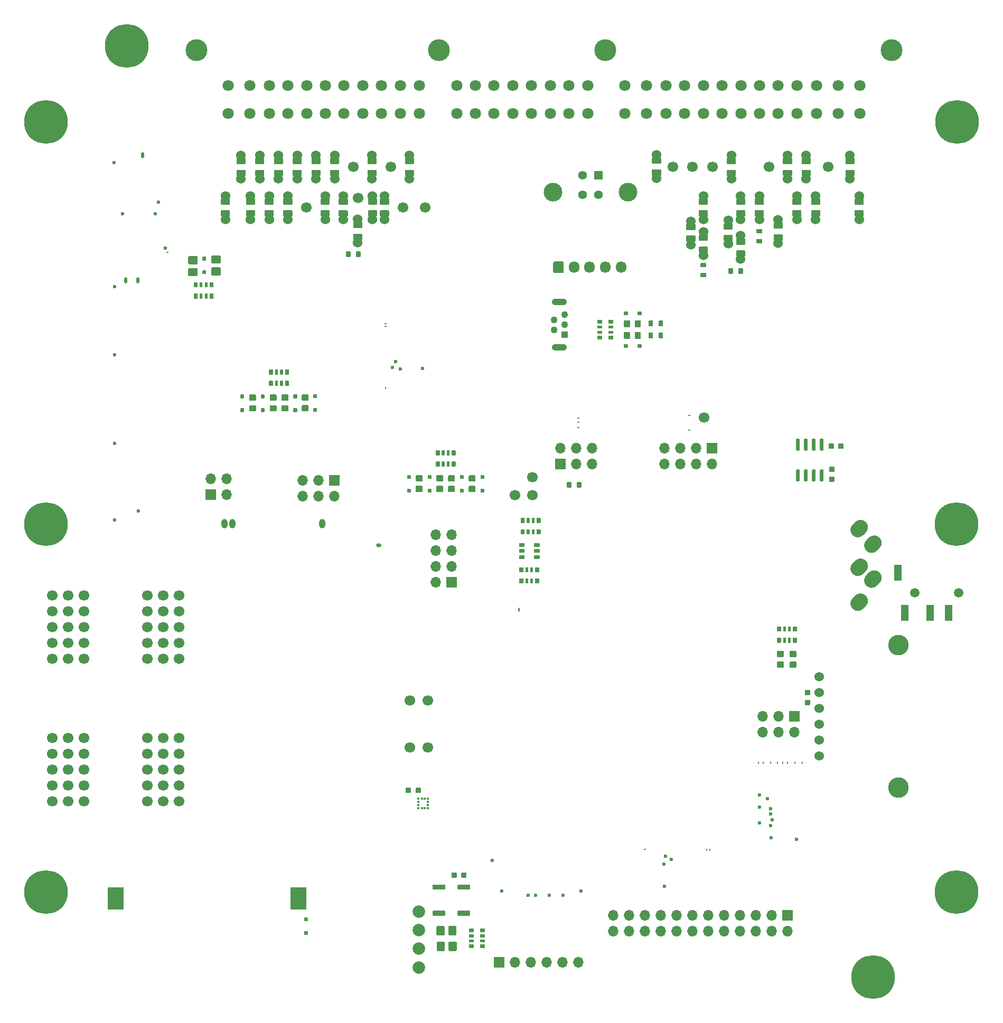
<source format=gts>
G04 #@! TF.GenerationSoftware,KiCad,Pcbnew,(5.99.0-9713-g2bc22de1a5)*
G04 #@! TF.CreationDate,2021-04-16T09:02:34-04:00*
G04 #@! TF.ProjectId,hellen64_miataNA6_94,68656c6c-656e-4363-945f-6d696174614e,R0.4*
G04 #@! TF.SameCoordinates,PX1406f40PYa852d20*
G04 #@! TF.FileFunction,Soldermask,Top*
G04 #@! TF.FilePolarity,Negative*
%FSLAX46Y46*%
G04 Gerber Fmt 4.6, Leading zero omitted, Abs format (unit mm)*
G04 Created by KiCad (PCBNEW (5.99.0-9713-g2bc22de1a5)) date 2021-04-16 09:02:34*
%MOMM*%
%LPD*%
G01*
G04 APERTURE LIST*
%ADD10C,0.599999*%
%ADD11O,0.499999X0.250000*%
%ADD12C,1.524000*%
%ADD13C,1.700000*%
%ADD14C,2.000000*%
%ADD15R,1.700000X1.700000*%
%ADD16O,1.700000X1.700000*%
%ADD17O,1.000001X1.500000*%
%ADD18O,0.800001X0.599999*%
%ADD19R,1.400000X1.400000*%
%ADD20C,1.400000*%
%ADD21C,3.000000*%
%ADD22C,3.500120*%
%ADD23C,1.800000*%
%ADD24C,7.000000*%
%ADD25R,1.100000X1.100000*%
%ADD26C,1.100000*%
%ADD27O,2.400000X1.100000*%
%ADD28O,0.250000X0.499999*%
%ADD29C,3.302000*%
%ADD30C,1.500000*%
%ADD31R,1.200000X2.500000*%
%ADD32R,0.375000X0.350000*%
%ADD33R,0.350000X0.375000*%
%ADD34R,2.600000X3.600000*%
%ADD35O,0.499999X1.000001*%
%ADD36O,0.499999X0.200000*%
%ADD37O,0.200000X0.399999*%
%ADD38O,1.700000X1.850000*%
G04 APERTURE END LIST*
G04 #@! TO.C,R23*
G36*
G01*
X52161360Y120410880D02*
X52161360Y121190880D01*
G75*
G02*
X52231360Y121260880I70000J0D01*
G01*
X52791360Y121260880D01*
G75*
G02*
X52861360Y121190880I0J-70000D01*
G01*
X52861360Y120410880D01*
G75*
G02*
X52791360Y120340880I-70000J0D01*
G01*
X52231360Y120340880D01*
G75*
G02*
X52161360Y120410880I0J70000D01*
G01*
G37*
G36*
G01*
X53761360Y120410880D02*
X53761360Y121190880D01*
G75*
G02*
X53831360Y121260880I70000J0D01*
G01*
X54391360Y121260880D01*
G75*
G02*
X54461360Y121190880I0J-70000D01*
G01*
X54461360Y120410880D01*
G75*
G02*
X54391360Y120340880I-70000J0D01*
G01*
X53831360Y120340880D01*
G75*
G02*
X53761360Y120410880I0J70000D01*
G01*
G37*
G04 #@! TD*
G04 #@! TO.C,R22*
G36*
G01*
X113460960Y117705000D02*
X113460960Y118485000D01*
G75*
G02*
X113530960Y118555000I70000J0D01*
G01*
X114090960Y118555000D01*
G75*
G02*
X114160960Y118485000I0J-70000D01*
G01*
X114160960Y117705000D01*
G75*
G02*
X114090960Y117635000I-70000J0D01*
G01*
X113530960Y117635000D01*
G75*
G02*
X113460960Y117705000I0J70000D01*
G01*
G37*
G36*
G01*
X115060960Y117705000D02*
X115060960Y118485000D01*
G75*
G02*
X115130960Y118555000I70000J0D01*
G01*
X115690960Y118555000D01*
G75*
G02*
X115760960Y118485000I0J-70000D01*
G01*
X115760960Y117705000D01*
G75*
G02*
X115690960Y117635000I-70000J0D01*
G01*
X115130960Y117635000D01*
G75*
G02*
X115060960Y117705000I0J70000D01*
G01*
G37*
G04 #@! TD*
G04 #@! TO.C,R21*
G36*
G01*
X109800960Y117100001D02*
X109020960Y117100001D01*
G75*
G02*
X108950960Y117170001I0J70000D01*
G01*
X108950960Y117730001D01*
G75*
G02*
X109020960Y117800001I70000J0D01*
G01*
X109800960Y117800001D01*
G75*
G02*
X109870960Y117730001I0J-70000D01*
G01*
X109870960Y117170001D01*
G75*
G02*
X109800960Y117100001I-70000J0D01*
G01*
G37*
G36*
G01*
X109800960Y118700001D02*
X109020960Y118700001D01*
G75*
G02*
X108950960Y118770001I0J70000D01*
G01*
X108950960Y119330001D01*
G75*
G02*
X109020960Y119400001I70000J0D01*
G01*
X109800960Y119400001D01*
G75*
G02*
X109870960Y119330001I0J-70000D01*
G01*
X109870960Y118770001D01*
G75*
G02*
X109800960Y118700001I-70000J0D01*
G01*
G37*
G04 #@! TD*
D10*
G04 #@! TO.C,M4*
X75566855Y23589700D03*
X77141869Y18684691D03*
X89845887Y18693754D03*
X81366859Y18014690D03*
X82541863Y18014690D03*
X84716857Y18014690D03*
X86941859Y18014690D03*
G04 #@! TD*
G04 #@! TO.C,R8*
G36*
G01*
X80136360Y75965880D02*
X80136360Y76635880D01*
G75*
G02*
X80201360Y76700880I65000J0D01*
G01*
X80721360Y76700880D01*
G75*
G02*
X80786360Y76635880I0J-65000D01*
G01*
X80786360Y75965880D01*
G75*
G02*
X80721360Y75900880I-65000J0D01*
G01*
X80201360Y75900880D01*
G75*
G02*
X80136360Y75965880I0J65000D01*
G01*
G37*
G36*
G01*
X81111360Y75945880D02*
X81111360Y76655880D01*
G75*
G02*
X81156360Y76700880I45000J0D01*
G01*
X81516360Y76700880D01*
G75*
G02*
X81561360Y76655880I0J-45000D01*
G01*
X81561360Y75945880D01*
G75*
G02*
X81516360Y75900880I-45000J0D01*
G01*
X81156360Y75900880D01*
G75*
G02*
X81111360Y75945880I0J45000D01*
G01*
G37*
G36*
G01*
X81911360Y75945880D02*
X81911360Y76655880D01*
G75*
G02*
X81956360Y76700880I45000J0D01*
G01*
X82316360Y76700880D01*
G75*
G02*
X82361360Y76655880I0J-45000D01*
G01*
X82361360Y75945880D01*
G75*
G02*
X82316360Y75900880I-45000J0D01*
G01*
X81956360Y75900880D01*
G75*
G02*
X81911360Y75945880I0J45000D01*
G01*
G37*
G36*
G01*
X82686360Y75965880D02*
X82686360Y76635880D01*
G75*
G02*
X82751360Y76700880I65000J0D01*
G01*
X83271360Y76700880D01*
G75*
G02*
X83336360Y76635880I0J-65000D01*
G01*
X83336360Y75965880D01*
G75*
G02*
X83271360Y75900880I-65000J0D01*
G01*
X82751360Y75900880D01*
G75*
G02*
X82686360Y75965880I0J65000D01*
G01*
G37*
G36*
G01*
X82686360Y77765880D02*
X82686360Y78435880D01*
G75*
G02*
X82751360Y78500880I65000J0D01*
G01*
X83271360Y78500880D01*
G75*
G02*
X83336360Y78435880I0J-65000D01*
G01*
X83336360Y77765880D01*
G75*
G02*
X83271360Y77700880I-65000J0D01*
G01*
X82751360Y77700880D01*
G75*
G02*
X82686360Y77765880I0J65000D01*
G01*
G37*
G36*
G01*
X81911360Y77745880D02*
X81911360Y78455880D01*
G75*
G02*
X81956360Y78500880I45000J0D01*
G01*
X82316360Y78500880D01*
G75*
G02*
X82361360Y78455880I0J-45000D01*
G01*
X82361360Y77745880D01*
G75*
G02*
X82316360Y77700880I-45000J0D01*
G01*
X81956360Y77700880D01*
G75*
G02*
X81911360Y77745880I0J45000D01*
G01*
G37*
G36*
G01*
X81111360Y77745880D02*
X81111360Y78455880D01*
G75*
G02*
X81156360Y78500880I45000J0D01*
G01*
X81516360Y78500880D01*
G75*
G02*
X81561360Y78455880I0J-45000D01*
G01*
X81561360Y77745880D01*
G75*
G02*
X81516360Y77700880I-45000J0D01*
G01*
X81156360Y77700880D01*
G75*
G02*
X81111360Y77745880I0J45000D01*
G01*
G37*
G36*
G01*
X80136360Y77765880D02*
X80136360Y78435880D01*
G75*
G02*
X80201360Y78500880I65000J0D01*
G01*
X80721360Y78500880D01*
G75*
G02*
X80786360Y78435880I0J-65000D01*
G01*
X80786360Y77765880D01*
G75*
G02*
X80721360Y77700880I-65000J0D01*
G01*
X80201360Y77700880D01*
G75*
G02*
X80136360Y77765880I0J65000D01*
G01*
G37*
G04 #@! TD*
D11*
G04 #@! TO.C,M9*
X89359786Y92963404D03*
X89359786Y93838404D03*
X89359786Y94538405D03*
X107184784Y94988404D03*
X107184784Y92588401D03*
G04 #@! TD*
G04 #@! TO.C,R32*
G36*
G01*
X52325700Y126849999D02*
X51075700Y126849999D01*
G75*
G02*
X50975700Y126949999I0J100000D01*
G01*
X50975700Y127749999D01*
G75*
G02*
X51075700Y127849999I100000J0D01*
G01*
X52325700Y127849999D01*
G75*
G02*
X52425700Y127749999I0J-100000D01*
G01*
X52425700Y126949999D01*
G75*
G02*
X52325700Y126849999I-100000J0D01*
G01*
G37*
D12*
X51700700Y126395000D03*
G36*
G01*
X52325700Y128750021D02*
X51075700Y128750021D01*
G75*
G02*
X50975700Y128850021I0J100000D01*
G01*
X50975700Y129650021D01*
G75*
G02*
X51075700Y129750021I100000J0D01*
G01*
X52325700Y129750021D01*
G75*
G02*
X52425700Y129650021I0J-100000D01*
G01*
X52425700Y128850021D01*
G75*
G02*
X52325700Y128750021I-100000J0D01*
G01*
G37*
X51700700Y130205000D03*
G04 #@! TD*
D13*
G04 #@! TO.C,P24*
X65210960Y49204880D03*
G04 #@! TD*
G04 #@! TO.C,P47*
X59310960Y134800000D03*
G04 #@! TD*
G04 #@! TO.C,R2*
G36*
G01*
X74364360Y9479880D02*
X73694360Y9479880D01*
G75*
G02*
X73629360Y9544880I0J65000D01*
G01*
X73629360Y10064880D01*
G75*
G02*
X73694360Y10129880I65000J0D01*
G01*
X74364360Y10129880D01*
G75*
G02*
X74429360Y10064880I0J-65000D01*
G01*
X74429360Y9544880D01*
G75*
G02*
X74364360Y9479880I-65000J0D01*
G01*
G37*
G36*
G01*
X74384360Y10454880D02*
X73674360Y10454880D01*
G75*
G02*
X73629360Y10499880I0J45000D01*
G01*
X73629360Y10859880D01*
G75*
G02*
X73674360Y10904880I45000J0D01*
G01*
X74384360Y10904880D01*
G75*
G02*
X74429360Y10859880I0J-45000D01*
G01*
X74429360Y10499880D01*
G75*
G02*
X74384360Y10454880I-45000J0D01*
G01*
G37*
G36*
G01*
X74384360Y11254880D02*
X73674360Y11254880D01*
G75*
G02*
X73629360Y11299880I0J45000D01*
G01*
X73629360Y11659880D01*
G75*
G02*
X73674360Y11704880I45000J0D01*
G01*
X74384360Y11704880D01*
G75*
G02*
X74429360Y11659880I0J-45000D01*
G01*
X74429360Y11299880D01*
G75*
G02*
X74384360Y11254880I-45000J0D01*
G01*
G37*
G36*
G01*
X74364360Y12029880D02*
X73694360Y12029880D01*
G75*
G02*
X73629360Y12094880I0J65000D01*
G01*
X73629360Y12614880D01*
G75*
G02*
X73694360Y12679880I65000J0D01*
G01*
X74364360Y12679880D01*
G75*
G02*
X74429360Y12614880I0J-65000D01*
G01*
X74429360Y12094880D01*
G75*
G02*
X74364360Y12029880I-65000J0D01*
G01*
G37*
G36*
G01*
X72564360Y12029880D02*
X71894360Y12029880D01*
G75*
G02*
X71829360Y12094880I0J65000D01*
G01*
X71829360Y12614880D01*
G75*
G02*
X71894360Y12679880I65000J0D01*
G01*
X72564360Y12679880D01*
G75*
G02*
X72629360Y12614880I0J-65000D01*
G01*
X72629360Y12094880D01*
G75*
G02*
X72564360Y12029880I-65000J0D01*
G01*
G37*
G36*
G01*
X72584360Y11254880D02*
X71874360Y11254880D01*
G75*
G02*
X71829360Y11299880I0J45000D01*
G01*
X71829360Y11659880D01*
G75*
G02*
X71874360Y11704880I45000J0D01*
G01*
X72584360Y11704880D01*
G75*
G02*
X72629360Y11659880I0J-45000D01*
G01*
X72629360Y11299880D01*
G75*
G02*
X72584360Y11254880I-45000J0D01*
G01*
G37*
G36*
G01*
X72584360Y10454880D02*
X71874360Y10454880D01*
G75*
G02*
X71829360Y10499880I0J45000D01*
G01*
X71829360Y10859880D01*
G75*
G02*
X71874360Y10904880I45000J0D01*
G01*
X72584360Y10904880D01*
G75*
G02*
X72629360Y10859880I0J-45000D01*
G01*
X72629360Y10499880D01*
G75*
G02*
X72584360Y10454880I-45000J0D01*
G01*
G37*
G36*
G01*
X72564360Y9479880D02*
X71894360Y9479880D01*
G75*
G02*
X71829360Y9544880I0J65000D01*
G01*
X71829360Y10064880D01*
G75*
G02*
X71894360Y10129880I65000J0D01*
G01*
X72564360Y10129880D01*
G75*
G02*
X72629360Y10064880I0J-65000D01*
G01*
X72629360Y9544880D01*
G75*
G02*
X72564360Y9479880I-65000J0D01*
G01*
G37*
G04 #@! TD*
G04 #@! TO.C,R4*
G36*
G01*
X118010700Y124857060D02*
X118790700Y124857060D01*
G75*
G02*
X118860700Y124787060I0J-70000D01*
G01*
X118860700Y124227060D01*
G75*
G02*
X118790700Y124157060I-70000J0D01*
G01*
X118010700Y124157060D01*
G75*
G02*
X117940700Y124227060I0J70000D01*
G01*
X117940700Y124787060D01*
G75*
G02*
X118010700Y124857060I70000J0D01*
G01*
G37*
G36*
G01*
X118010700Y123257060D02*
X118790700Y123257060D01*
G75*
G02*
X118860700Y123187060I0J-70000D01*
G01*
X118860700Y122627060D01*
G75*
G02*
X118790700Y122557060I-70000J0D01*
G01*
X118010700Y122557060D01*
G75*
G02*
X117940700Y122627060I0J70000D01*
G01*
X117940700Y123187060D01*
G75*
G02*
X118010700Y123257060I70000J0D01*
G01*
G37*
G04 #@! TD*
D14*
G04 #@! TO.C,J19*
X63800000Y6400000D03*
G04 #@! TD*
G04 #@! TO.C,C3*
G36*
G01*
X61705958Y34460000D02*
X61705958Y35140000D01*
G75*
G02*
X61790958Y35225000I85000J0D01*
G01*
X62470958Y35225000D01*
G75*
G02*
X62555958Y35140000I0J-85000D01*
G01*
X62555958Y34460000D01*
G75*
G02*
X62470958Y34375000I-85000J0D01*
G01*
X61790958Y34375000D01*
G75*
G02*
X61705958Y34460000I0J85000D01*
G01*
G37*
G36*
G01*
X63285960Y34460000D02*
X63285960Y35140000D01*
G75*
G02*
X63370960Y35225000I85000J0D01*
G01*
X64050960Y35225000D01*
G75*
G02*
X64135960Y35140000I0J-85000D01*
G01*
X64135960Y34460000D01*
G75*
G02*
X64050960Y34375000I-85000J0D01*
G01*
X63370960Y34375000D01*
G75*
G02*
X63285960Y34460000I0J85000D01*
G01*
G37*
G04 #@! TD*
D15*
G04 #@! TO.C,J10*
X50252360Y84513880D03*
D16*
X50252360Y81973880D03*
X47712360Y84513880D03*
X47712360Y81973880D03*
X45172360Y84513880D03*
X45172360Y81973880D03*
G04 #@! TD*
D13*
G04 #@! TO.C,G4*
X20320000Y55880000D03*
X20320000Y58420000D03*
X20320000Y60960000D03*
X20320000Y63500000D03*
X20320000Y66040000D03*
X22860000Y55880000D03*
X22860000Y58420000D03*
X22860000Y60960000D03*
X22860000Y63500000D03*
X22860000Y66040000D03*
X25400000Y55880000D03*
X25400000Y58420000D03*
X25400000Y60960000D03*
X25400000Y63500000D03*
X25400000Y66040000D03*
G04 #@! TD*
D12*
G04 #@! TO.C,R11*
X115410960Y123795000D03*
G36*
G01*
X114785960Y123340001D02*
X116035960Y123340001D01*
G75*
G02*
X116135960Y123240001I0J-100000D01*
G01*
X116135960Y122440001D01*
G75*
G02*
X116035960Y122340001I-100000J0D01*
G01*
X114785960Y122340001D01*
G75*
G02*
X114685960Y122440001I0J100000D01*
G01*
X114685960Y123240001D01*
G75*
G02*
X114785960Y123340001I100000J0D01*
G01*
G37*
X115410960Y119985000D03*
G36*
G01*
X114785960Y121439979D02*
X116035960Y121439979D01*
G75*
G02*
X116135960Y121339979I0J-100000D01*
G01*
X116135960Y120539979D01*
G75*
G02*
X116035960Y120439979I-100000J0D01*
G01*
X114785960Y120439979D01*
G75*
G02*
X114685960Y120539979I0J100000D01*
G01*
X114685960Y121339979D01*
G75*
G02*
X114785960Y121439979I100000J0D01*
G01*
G37*
G04 #@! TD*
G04 #@! TO.C,R41*
G36*
G01*
X37435960Y126849999D02*
X36185960Y126849999D01*
G75*
G02*
X36085960Y126949999I0J100000D01*
G01*
X36085960Y127749999D01*
G75*
G02*
X36185960Y127849999I100000J0D01*
G01*
X37435960Y127849999D01*
G75*
G02*
X37535960Y127749999I0J-100000D01*
G01*
X37535960Y126949999D01*
G75*
G02*
X37435960Y126849999I-100000J0D01*
G01*
G37*
X36810960Y126395000D03*
X36810960Y130205000D03*
G36*
G01*
X37435960Y128750021D02*
X36185960Y128750021D01*
G75*
G02*
X36085960Y128850021I0J100000D01*
G01*
X36085960Y129650021D01*
G75*
G02*
X36185960Y129750021I100000J0D01*
G01*
X37435960Y129750021D01*
G75*
G02*
X37535960Y129650021I0J-100000D01*
G01*
X37535960Y128850021D01*
G75*
G02*
X37435960Y128750021I-100000J0D01*
G01*
G37*
G04 #@! TD*
D17*
G04 #@! TO.C,M5*
X32657430Y77612659D03*
X33913295Y77612659D03*
X48288321Y77612659D03*
D18*
X57343319Y74116375D03*
G04 #@! TD*
G04 #@! TO.C,R36*
G36*
G01*
X41935960Y133349999D02*
X40685960Y133349999D01*
G75*
G02*
X40585960Y133449999I0J100000D01*
G01*
X40585960Y134249999D01*
G75*
G02*
X40685960Y134349999I100000J0D01*
G01*
X41935960Y134349999D01*
G75*
G02*
X42035960Y134249999I0J-100000D01*
G01*
X42035960Y133449999D01*
G75*
G02*
X41935960Y133349999I-100000J0D01*
G01*
G37*
D12*
X41310960Y132895000D03*
X41310960Y136705000D03*
G36*
G01*
X41935960Y135250021D02*
X40685960Y135250021D01*
G75*
G02*
X40585960Y135350021I0J100000D01*
G01*
X40585960Y136150021D01*
G75*
G02*
X40685960Y136250021I100000J0D01*
G01*
X41935960Y136250021D01*
G75*
G02*
X42035960Y136150021I0J-100000D01*
G01*
X42035960Y135350021D01*
G75*
G02*
X41935960Y135250021I-100000J0D01*
G01*
G37*
G04 #@! TD*
G04 #@! TO.C,D1*
G36*
G01*
X67979339Y10424880D02*
X67979339Y9184880D01*
G75*
G02*
X67849339Y9054880I-130000J0D01*
G01*
X66809339Y9054880D01*
G75*
G02*
X66679339Y9184880I0J130000D01*
G01*
X66679339Y10424880D01*
G75*
G02*
X66809339Y10554880I130000J0D01*
G01*
X67849339Y10554880D01*
G75*
G02*
X67979339Y10424880I0J-130000D01*
G01*
G37*
G36*
G01*
X69879360Y10424880D02*
X69879360Y9184880D01*
G75*
G02*
X69749360Y9054880I-130000J0D01*
G01*
X68709360Y9054880D01*
G75*
G02*
X68579360Y9184880I0J130000D01*
G01*
X68579360Y10424880D01*
G75*
G02*
X68709360Y10554880I130000J0D01*
G01*
X69749360Y10554880D01*
G75*
G02*
X69879360Y10424880I0J-130000D01*
G01*
G37*
G04 #@! TD*
D13*
G04 #@! TO.C,P22*
X65210960Y41704880D03*
G04 #@! TD*
G04 #@! TO.C,R48*
G36*
G01*
X110035960Y126844999D02*
X108785960Y126844999D01*
G75*
G02*
X108685960Y126944999I0J100000D01*
G01*
X108685960Y127744999D01*
G75*
G02*
X108785960Y127844999I100000J0D01*
G01*
X110035960Y127844999D01*
G75*
G02*
X110135960Y127744999I0J-100000D01*
G01*
X110135960Y126944999D01*
G75*
G02*
X110035960Y126844999I-100000J0D01*
G01*
G37*
D12*
X109410960Y126390000D03*
G36*
G01*
X110035960Y128745021D02*
X108785960Y128745021D01*
G75*
G02*
X108685960Y128845021I0J100000D01*
G01*
X108685960Y129645021D01*
G75*
G02*
X108785960Y129745021I100000J0D01*
G01*
X110035960Y129745021D01*
G75*
G02*
X110135960Y129645021I0J-100000D01*
G01*
X110135960Y128845021D01*
G75*
G02*
X110035960Y128745021I-100000J0D01*
G01*
G37*
X109410960Y130200000D03*
G04 #@! TD*
G04 #@! TO.C,D15*
G36*
G01*
X62510209Y85290750D02*
X62510209Y84810750D01*
G75*
G02*
X62450209Y84750750I-60000J0D01*
G01*
X61970209Y84750750D01*
G75*
G02*
X61910209Y84810750I0J60000D01*
G01*
X61910209Y85290750D01*
G75*
G02*
X61970209Y85350750I60000J0D01*
G01*
X62450209Y85350750D01*
G75*
G02*
X62510209Y85290750I0J-60000D01*
G01*
G37*
G36*
G01*
X62510209Y83090750D02*
X62510209Y82610750D01*
G75*
G02*
X62450209Y82550750I-60000J0D01*
G01*
X61970209Y82550750D01*
G75*
G02*
X61910209Y82610750I0J60000D01*
G01*
X61910209Y83090750D01*
G75*
G02*
X61970209Y83150750I60000J0D01*
G01*
X62450209Y83150750D01*
G75*
G02*
X62510209Y83090750I0J-60000D01*
G01*
G37*
G04 #@! TD*
G04 #@! TO.C,C1*
G36*
G01*
X69024358Y20864880D02*
X69024358Y21544880D01*
G75*
G02*
X69109358Y21629880I85000J0D01*
G01*
X69789358Y21629880D01*
G75*
G02*
X69874358Y21544880I0J-85000D01*
G01*
X69874358Y20864880D01*
G75*
G02*
X69789358Y20779880I-85000J0D01*
G01*
X69109358Y20779880D01*
G75*
G02*
X69024358Y20864880I0J85000D01*
G01*
G37*
G36*
G01*
X70604360Y20864880D02*
X70604360Y21544880D01*
G75*
G02*
X70689360Y21629880I85000J0D01*
G01*
X71369360Y21629880D01*
G75*
G02*
X71454360Y21544880I0J-85000D01*
G01*
X71454360Y20864880D01*
G75*
G02*
X71369360Y20779880I-85000J0D01*
G01*
X70689360Y20779880D01*
G75*
G02*
X70604360Y20864880I0J85000D01*
G01*
G37*
G04 #@! TD*
D19*
G04 #@! TO.C,J23*
X92600000Y133500000D03*
D20*
X90100000Y133500000D03*
X90100000Y130300000D03*
X92600000Y130300000D03*
D21*
X97370000Y130790000D03*
X85330000Y130790000D03*
G04 #@! TD*
G04 #@! TO.C,S1*
G36*
G01*
X66109360Y19704881D02*
X67949360Y19704881D01*
G75*
G02*
X68029360Y19624881I0J-80000D01*
G01*
X68029360Y18984881D01*
G75*
G02*
X67949360Y18904881I-80000J0D01*
G01*
X66109360Y18904881D01*
G75*
G02*
X66029360Y18984881I0J80000D01*
G01*
X66029360Y19624881D01*
G75*
G02*
X66109360Y19704881I80000J0D01*
G01*
G37*
G36*
G01*
X66109360Y15504880D02*
X67949360Y15504880D01*
G75*
G02*
X68029360Y15424880I0J-80000D01*
G01*
X68029360Y14784880D01*
G75*
G02*
X67949360Y14704880I-80000J0D01*
G01*
X66109360Y14704880D01*
G75*
G02*
X66029360Y14784880I0J80000D01*
G01*
X66029360Y15424880D01*
G75*
G02*
X66109360Y15504880I80000J0D01*
G01*
G37*
G04 #@! TD*
G04 #@! TO.C,D6*
G36*
G01*
X71910211Y85350749D02*
X72810211Y85350749D01*
G75*
G02*
X72910211Y85250749I0J-100000D01*
G01*
X72910211Y84450749D01*
G75*
G02*
X72810211Y84350749I-100000J0D01*
G01*
X71910211Y84350749D01*
G75*
G02*
X71810211Y84450749I0J100000D01*
G01*
X71810211Y85250749D01*
G75*
G02*
X71910211Y85350749I100000J0D01*
G01*
G37*
G36*
G01*
X71910211Y83650749D02*
X72810211Y83650749D01*
G75*
G02*
X72910211Y83550749I0J-100000D01*
G01*
X72910211Y82750749D01*
G75*
G02*
X72810211Y82650749I-100000J0D01*
G01*
X71910211Y82650749D01*
G75*
G02*
X71810211Y82750749I0J100000D01*
G01*
X71810211Y83550749D01*
G75*
G02*
X71910211Y83650749I100000J0D01*
G01*
G37*
G04 #@! TD*
G04 #@! TO.C,C4*
G36*
G01*
X131905002Y90340000D02*
X131905002Y89660000D01*
G75*
G02*
X131820002Y89575000I-85000J0D01*
G01*
X131140002Y89575000D01*
G75*
G02*
X131055002Y89660000I0J85000D01*
G01*
X131055002Y90340000D01*
G75*
G02*
X131140002Y90425000I85000J0D01*
G01*
X131820002Y90425000D01*
G75*
G02*
X131905002Y90340000I0J-85000D01*
G01*
G37*
G36*
G01*
X130325000Y90340000D02*
X130325000Y89660000D01*
G75*
G02*
X130240000Y89575000I-85000J0D01*
G01*
X129560000Y89575000D01*
G75*
G02*
X129475000Y89660000I0J85000D01*
G01*
X129475000Y90340000D01*
G75*
G02*
X129560000Y90425000I85000J0D01*
G01*
X130240000Y90425000D01*
G75*
G02*
X130325000Y90340000I0J-85000D01*
G01*
G37*
G04 #@! TD*
G04 #@! TO.C,R24*
G36*
G01*
X108035960Y122795000D02*
X106785960Y122795000D01*
G75*
G02*
X106685960Y122895000I0J100000D01*
G01*
X106685960Y123695000D01*
G75*
G02*
X106785960Y123795000I100000J0D01*
G01*
X108035960Y123795000D01*
G75*
G02*
X108135960Y123695000I0J-100000D01*
G01*
X108135960Y122895000D01*
G75*
G02*
X108035960Y122795000I-100000J0D01*
G01*
G37*
D12*
X107410960Y122340001D03*
G36*
G01*
X108035960Y124695022D02*
X106785960Y124695022D01*
G75*
G02*
X106685960Y124795022I0J100000D01*
G01*
X106685960Y125595022D01*
G75*
G02*
X106785960Y125695022I100000J0D01*
G01*
X108035960Y125695022D01*
G75*
G02*
X108135960Y125595022I0J-100000D01*
G01*
X108135960Y124795022D01*
G75*
G02*
X108035960Y124695022I-100000J0D01*
G01*
G37*
X107410960Y126150001D03*
G04 #@! TD*
G04 #@! TO.C,R33*
G36*
G01*
X47935960Y133349999D02*
X46685960Y133349999D01*
G75*
G02*
X46585960Y133449999I0J100000D01*
G01*
X46585960Y134249999D01*
G75*
G02*
X46685960Y134349999I100000J0D01*
G01*
X47935960Y134349999D01*
G75*
G02*
X48035960Y134249999I0J-100000D01*
G01*
X48035960Y133449999D01*
G75*
G02*
X47935960Y133349999I-100000J0D01*
G01*
G37*
X47310960Y132895000D03*
X47310960Y136705000D03*
G36*
G01*
X47935960Y135250021D02*
X46685960Y135250021D01*
G75*
G02*
X46585960Y135350021I0J100000D01*
G01*
X46585960Y136150021D01*
G75*
G02*
X46685960Y136250021I100000J0D01*
G01*
X47935960Y136250021D01*
G75*
G02*
X48035960Y136150021I0J-100000D01*
G01*
X48035960Y135350021D01*
G75*
G02*
X47935960Y135250021I-100000J0D01*
G01*
G37*
G04 #@! TD*
G04 #@! TO.C,D12*
G36*
G01*
X74297706Y85289251D02*
X74297706Y84809251D01*
G75*
G02*
X74237706Y84749251I-60000J0D01*
G01*
X73757706Y84749251D01*
G75*
G02*
X73697706Y84809251I0J60000D01*
G01*
X73697706Y85289251D01*
G75*
G02*
X73757706Y85349251I60000J0D01*
G01*
X74237706Y85349251D01*
G75*
G02*
X74297706Y85289251I0J-60000D01*
G01*
G37*
G36*
G01*
X74297706Y83089251D02*
X74297706Y82609251D01*
G75*
G02*
X74237706Y82549251I-60000J0D01*
G01*
X73757706Y82549251D01*
G75*
G02*
X73697706Y82609251I0J60000D01*
G01*
X73697706Y83089251D01*
G75*
G02*
X73757706Y83149251I60000J0D01*
G01*
X74237706Y83149251D01*
G75*
G02*
X74297706Y83089251I0J-60000D01*
G01*
G37*
G04 #@! TD*
G04 #@! TO.C,R42*
G36*
G01*
X33435960Y126849999D02*
X32185960Y126849999D01*
G75*
G02*
X32085960Y126949999I0J100000D01*
G01*
X32085960Y127749999D01*
G75*
G02*
X32185960Y127849999I100000J0D01*
G01*
X33435960Y127849999D01*
G75*
G02*
X33535960Y127749999I0J-100000D01*
G01*
X33535960Y126949999D01*
G75*
G02*
X33435960Y126849999I-100000J0D01*
G01*
G37*
X32810960Y126395000D03*
G36*
G01*
X33435960Y128750021D02*
X32185960Y128750021D01*
G75*
G02*
X32085960Y128850021I0J100000D01*
G01*
X32085960Y129650021D01*
G75*
G02*
X32185960Y129750021I100000J0D01*
G01*
X33435960Y129750021D01*
G75*
G02*
X33535960Y129650021I0J-100000D01*
G01*
X33535960Y128850021D01*
G75*
G02*
X33435960Y128750021I-100000J0D01*
G01*
G37*
X32810960Y130205000D03*
G04 #@! TD*
D22*
G04 #@! TO.C,P2*
X93728300Y153574420D03*
X139577840Y153574420D03*
X28178520Y153574420D03*
X67027820Y153574420D03*
D23*
X33230580Y143373780D03*
X36728160Y143373780D03*
X39829500Y143373780D03*
X42829240Y143373780D03*
X45828980Y143373780D03*
X48828720Y143373780D03*
X51828460Y143373780D03*
X54828200Y143373780D03*
X57827940Y143373780D03*
X60827680Y143373780D03*
X63929020Y143373780D03*
X33230580Y147874660D03*
X36728160Y147874660D03*
X39829500Y147874660D03*
X42829240Y147874660D03*
X45828980Y147874660D03*
X48828720Y147874660D03*
X51828460Y147874660D03*
X54828200Y147874660D03*
X57827940Y147874660D03*
X60827680Y147874660D03*
X63929020Y147874660D03*
X69877700Y143373780D03*
X72877440Y143373780D03*
X75877180Y143373780D03*
X78876920Y143373780D03*
X81879200Y143373780D03*
X84878940Y143373780D03*
X87878680Y143373780D03*
X90878420Y143373780D03*
X69877700Y147874660D03*
X72877440Y147874660D03*
X75877180Y147874660D03*
X78876920Y147874660D03*
X81879200Y147874660D03*
X84878940Y147874660D03*
X87878680Y147874660D03*
X90878420Y147874660D03*
X96824560Y143373780D03*
X100324680Y143373780D03*
X103428560Y143373780D03*
X106428300Y143373780D03*
X109428040Y143373780D03*
X112427780Y143373780D03*
X115427520Y143373780D03*
X118427260Y143373780D03*
X121427000Y143373780D03*
X124426740Y143373780D03*
X127528080Y143373780D03*
X131028200Y143373780D03*
X134528320Y143373780D03*
X96824560Y147874660D03*
X100324680Y147874660D03*
X103428560Y147874660D03*
X106428300Y147874660D03*
X109428040Y147874660D03*
X112427780Y147874660D03*
X115427520Y147874660D03*
X118427260Y147874660D03*
X121427000Y147874660D03*
X124426740Y147874660D03*
X127528080Y147874660D03*
X131028200Y147874660D03*
X134528320Y147874660D03*
G04 #@! TD*
G04 #@! TO.C,D22*
G36*
G01*
X39087497Y98238501D02*
X39087497Y97758501D01*
G75*
G02*
X39027497Y97698501I-60000J0D01*
G01*
X38547497Y97698501D01*
G75*
G02*
X38487497Y97758501I0J60000D01*
G01*
X38487497Y98238501D01*
G75*
G02*
X38547497Y98298501I60000J0D01*
G01*
X39027497Y98298501D01*
G75*
G02*
X39087497Y98238501I0J-60000D01*
G01*
G37*
G36*
G01*
X39087497Y96038501D02*
X39087497Y95558501D01*
G75*
G02*
X39027497Y95498501I-60000J0D01*
G01*
X38547497Y95498501D01*
G75*
G02*
X38487497Y95558501I0J60000D01*
G01*
X38487497Y96038501D01*
G75*
G02*
X38547497Y96098501I60000J0D01*
G01*
X39027497Y96098501D01*
G75*
G02*
X39087497Y96038501I0J-60000D01*
G01*
G37*
G04 #@! TD*
D13*
G04 #@! TO.C,P56*
X104510960Y134795000D03*
G04 #@! TD*
D24*
G04 #@! TO.C,J18*
X4000000Y142000000D03*
G04 #@! TD*
D13*
G04 #@! TO.C,P52*
X129410960Y134795000D03*
G04 #@! TD*
G04 #@! TO.C,D11*
G36*
G01*
X31930960Y119300021D02*
X30690960Y119300021D01*
G75*
G02*
X30560960Y119430021I0J130000D01*
G01*
X30560960Y120470021D01*
G75*
G02*
X30690960Y120600021I130000J0D01*
G01*
X31930960Y120600021D01*
G75*
G02*
X32060960Y120470021I0J-130000D01*
G01*
X32060960Y119430021D01*
G75*
G02*
X31930960Y119300021I-130000J0D01*
G01*
G37*
G36*
G01*
X31930960Y117400000D02*
X30690960Y117400000D01*
G75*
G02*
X30560960Y117530000I0J130000D01*
G01*
X30560960Y118570000D01*
G75*
G02*
X30690960Y118700000I130000J0D01*
G01*
X31930960Y118700000D01*
G75*
G02*
X32060960Y118570000I0J-130000D01*
G01*
X32060960Y117530000D01*
G75*
G02*
X31930960Y117400000I-130000J0D01*
G01*
G37*
G04 #@! TD*
G04 #@! TO.C,R6*
G36*
G01*
X69710209Y89285750D02*
X69710209Y88615750D01*
G75*
G02*
X69645209Y88550750I-65000J0D01*
G01*
X69125209Y88550750D01*
G75*
G02*
X69060209Y88615750I0J65000D01*
G01*
X69060209Y89285750D01*
G75*
G02*
X69125209Y89350750I65000J0D01*
G01*
X69645209Y89350750D01*
G75*
G02*
X69710209Y89285750I0J-65000D01*
G01*
G37*
G36*
G01*
X68735209Y89305750D02*
X68735209Y88595750D01*
G75*
G02*
X68690209Y88550750I-45000J0D01*
G01*
X68330209Y88550750D01*
G75*
G02*
X68285209Y88595750I0J45000D01*
G01*
X68285209Y89305750D01*
G75*
G02*
X68330209Y89350750I45000J0D01*
G01*
X68690209Y89350750D01*
G75*
G02*
X68735209Y89305750I0J-45000D01*
G01*
G37*
G36*
G01*
X67935209Y89305750D02*
X67935209Y88595750D01*
G75*
G02*
X67890209Y88550750I-45000J0D01*
G01*
X67530209Y88550750D01*
G75*
G02*
X67485209Y88595750I0J45000D01*
G01*
X67485209Y89305750D01*
G75*
G02*
X67530209Y89350750I45000J0D01*
G01*
X67890209Y89350750D01*
G75*
G02*
X67935209Y89305750I0J-45000D01*
G01*
G37*
G36*
G01*
X67160209Y89285750D02*
X67160209Y88615750D01*
G75*
G02*
X67095209Y88550750I-65000J0D01*
G01*
X66575209Y88550750D01*
G75*
G02*
X66510209Y88615750I0J65000D01*
G01*
X66510209Y89285750D01*
G75*
G02*
X66575209Y89350750I65000J0D01*
G01*
X67095209Y89350750D01*
G75*
G02*
X67160209Y89285750I0J-65000D01*
G01*
G37*
G36*
G01*
X67160209Y87485750D02*
X67160209Y86815750D01*
G75*
G02*
X67095209Y86750750I-65000J0D01*
G01*
X66575209Y86750750D01*
G75*
G02*
X66510209Y86815750I0J65000D01*
G01*
X66510209Y87485750D01*
G75*
G02*
X66575209Y87550750I65000J0D01*
G01*
X67095209Y87550750D01*
G75*
G02*
X67160209Y87485750I0J-65000D01*
G01*
G37*
G36*
G01*
X67935209Y87505750D02*
X67935209Y86795750D01*
G75*
G02*
X67890209Y86750750I-45000J0D01*
G01*
X67530209Y86750750D01*
G75*
G02*
X67485209Y86795750I0J45000D01*
G01*
X67485209Y87505750D01*
G75*
G02*
X67530209Y87550750I45000J0D01*
G01*
X67890209Y87550750D01*
G75*
G02*
X67935209Y87505750I0J-45000D01*
G01*
G37*
G36*
G01*
X68735209Y87505750D02*
X68735209Y86795750D01*
G75*
G02*
X68690209Y86750750I-45000J0D01*
G01*
X68330209Y86750750D01*
G75*
G02*
X68285209Y86795750I0J45000D01*
G01*
X68285209Y87505750D01*
G75*
G02*
X68330209Y87550750I45000J0D01*
G01*
X68690209Y87550750D01*
G75*
G02*
X68735209Y87505750I0J-45000D01*
G01*
G37*
G36*
G01*
X69710209Y87485750D02*
X69710209Y86815750D01*
G75*
G02*
X69645209Y86750750I-65000J0D01*
G01*
X69125209Y86750750D01*
G75*
G02*
X69060209Y86815750I0J65000D01*
G01*
X69060209Y87485750D01*
G75*
G02*
X69125209Y87550750I65000J0D01*
G01*
X69645209Y87550750D01*
G75*
G02*
X69710209Y87485750I0J-65000D01*
G01*
G37*
G04 #@! TD*
G04 #@! TO.C,P26*
X79200700Y82200880D03*
G04 #@! TD*
D14*
G04 #@! TO.C,J20*
X63800000Y9400000D03*
G04 #@! TD*
D12*
G04 #@! TO.C,R43*
X122910960Y132890000D03*
G36*
G01*
X123535960Y133344999D02*
X122285960Y133344999D01*
G75*
G02*
X122185960Y133444999I0J100000D01*
G01*
X122185960Y134244999D01*
G75*
G02*
X122285960Y134344999I100000J0D01*
G01*
X123535960Y134344999D01*
G75*
G02*
X123635960Y134244999I0J-100000D01*
G01*
X123635960Y133444999D01*
G75*
G02*
X123535960Y133344999I-100000J0D01*
G01*
G37*
G36*
G01*
X123535960Y135245021D02*
X122285960Y135245021D01*
G75*
G02*
X122185960Y135345021I0J100000D01*
G01*
X122185960Y136145021D01*
G75*
G02*
X122285960Y136245021I100000J0D01*
G01*
X123535960Y136245021D01*
G75*
G02*
X123635960Y136145021I0J-100000D01*
G01*
X123635960Y135345021D01*
G75*
G02*
X123535960Y135245021I-100000J0D01*
G01*
G37*
X122910960Y136700000D03*
G04 #@! TD*
D25*
G04 #@! TO.C,J1*
X87200000Y107900000D03*
D26*
X85450000Y108700000D03*
X87200000Y109500000D03*
X85450000Y110300000D03*
X87200000Y111100000D03*
D27*
X86325000Y105850000D03*
X86325000Y113150000D03*
G04 #@! TD*
D15*
G04 #@! TO.C,J9*
X69029360Y68204880D03*
D16*
X66489360Y68204880D03*
X69029360Y70744880D03*
X66489360Y70744880D03*
X69029360Y73284880D03*
X66489360Y73284880D03*
X69029360Y75824880D03*
X66489360Y75824880D03*
G04 #@! TD*
G04 #@! TO.C,D30*
G36*
G01*
X96760700Y106394557D02*
X97240700Y106394557D01*
G75*
G02*
X97300700Y106334557I0J-60000D01*
G01*
X97300700Y105854557D01*
G75*
G02*
X97240700Y105794557I-60000J0D01*
G01*
X96760700Y105794557D01*
G75*
G02*
X96700700Y105854557I0J60000D01*
G01*
X96700700Y106334557D01*
G75*
G02*
X96760700Y106394557I60000J0D01*
G01*
G37*
G36*
G01*
X98960700Y106394557D02*
X99440700Y106394557D01*
G75*
G02*
X99500700Y106334557I0J-60000D01*
G01*
X99500700Y105854557D01*
G75*
G02*
X99440700Y105794557I-60000J0D01*
G01*
X98960700Y105794557D01*
G75*
G02*
X98900700Y105854557I0J60000D01*
G01*
X98900700Y106334557D01*
G75*
G02*
X98960700Y106394557I60000J0D01*
G01*
G37*
G04 #@! TD*
D15*
G04 #@! TO.C,J7*
X30477360Y82238880D03*
D16*
X30477360Y84778880D03*
X33017360Y82238880D03*
X33017360Y84778880D03*
G04 #@! TD*
D12*
G04 #@! TO.C,R45*
X118410960Y126390000D03*
G36*
G01*
X119035960Y126844999D02*
X117785960Y126844999D01*
G75*
G02*
X117685960Y126944999I0J100000D01*
G01*
X117685960Y127744999D01*
G75*
G02*
X117785960Y127844999I100000J0D01*
G01*
X119035960Y127844999D01*
G75*
G02*
X119135960Y127744999I0J-100000D01*
G01*
X119135960Y126944999D01*
G75*
G02*
X119035960Y126844999I-100000J0D01*
G01*
G37*
G36*
G01*
X119035960Y128745021D02*
X117785960Y128745021D01*
G75*
G02*
X117685960Y128845021I0J100000D01*
G01*
X117685960Y129645021D01*
G75*
G02*
X117785960Y129745021I100000J0D01*
G01*
X119035960Y129745021D01*
G75*
G02*
X119135960Y129645021I0J-100000D01*
G01*
X119135960Y128845021D01*
G75*
G02*
X119035960Y128745021I-100000J0D01*
G01*
G37*
X118410960Y130200000D03*
G04 #@! TD*
D28*
G04 #@! TO.C,M8*
X58457366Y99369566D03*
D11*
X58507364Y109719560D03*
X58507364Y109219559D03*
D10*
X59557362Y102669562D03*
X60082362Y103544564D03*
X60832360Y102369560D03*
X64382361Y102444563D03*
G04 #@! TD*
D15*
G04 #@! TO.C,J8*
X86511360Y87200880D03*
D16*
X86511360Y89740880D03*
X89051360Y87200880D03*
X89051360Y89740880D03*
X91591360Y87200880D03*
X91591360Y89740880D03*
G04 #@! TD*
D29*
G04 #@! TO.C,U2*
X140700000Y58085000D03*
X140700000Y35225000D03*
D12*
X128000000Y53005000D03*
X128000000Y50465000D03*
X128000000Y47925000D03*
X128000000Y45385000D03*
X128000000Y42845000D03*
X128000000Y40305000D03*
G04 #@! TD*
G04 #@! TO.C,R17*
G36*
G01*
X126535960Y133344999D02*
X125285960Y133344999D01*
G75*
G02*
X125185960Y133444999I0J100000D01*
G01*
X125185960Y134244999D01*
G75*
G02*
X125285960Y134344999I100000J0D01*
G01*
X126535960Y134344999D01*
G75*
G02*
X126635960Y134244999I0J-100000D01*
G01*
X126635960Y133444999D01*
G75*
G02*
X126535960Y133344999I-100000J0D01*
G01*
G37*
X125910960Y132890000D03*
G36*
G01*
X126535960Y135245021D02*
X125285960Y135245021D01*
G75*
G02*
X125185960Y135345021I0J100000D01*
G01*
X125185960Y136145021D01*
G75*
G02*
X125285960Y136245021I100000J0D01*
G01*
X126535960Y136245021D01*
G75*
G02*
X126635960Y136145021I0J-100000D01*
G01*
X126635960Y135345021D01*
G75*
G02*
X126535960Y135245021I-100000J0D01*
G01*
G37*
X125910960Y136700000D03*
G04 #@! TD*
D15*
G04 #@! TO.C,J6*
X110811360Y89740880D03*
D16*
X110811360Y87200880D03*
X108271360Y89740880D03*
X108271360Y87200880D03*
X105731360Y89740880D03*
X105731360Y87200880D03*
X103191360Y89740880D03*
X103191360Y87200880D03*
G04 #@! TD*
D13*
G04 #@! TO.C,G6*
X5080000Y55880000D03*
X5080000Y58420000D03*
X5080000Y60960000D03*
X5080000Y63500000D03*
X5080000Y66040000D03*
X7620000Y55880000D03*
X7620000Y58420000D03*
X7620000Y60960000D03*
X7620000Y63500000D03*
X7620000Y66040000D03*
X10160000Y55880000D03*
X10160000Y58420000D03*
X10160000Y60960000D03*
X10160000Y63500000D03*
X10160000Y66040000D03*
G04 #@! TD*
G04 #@! TO.C,P55*
X107710560Y134794120D03*
G04 #@! TD*
D15*
G04 #@! TO.C,J3*
X76679360Y7204880D03*
D16*
X79219360Y7204880D03*
X81759360Y7204880D03*
X84299360Y7204880D03*
X86839360Y7204880D03*
X89379360Y7204880D03*
G04 #@! TD*
G04 #@! TO.C,S2*
G36*
G01*
X70109360Y19704881D02*
X71949360Y19704881D01*
G75*
G02*
X72029360Y19624881I0J-80000D01*
G01*
X72029360Y18984881D01*
G75*
G02*
X71949360Y18904881I-80000J0D01*
G01*
X70109360Y18904881D01*
G75*
G02*
X70029360Y18984881I0J80000D01*
G01*
X70029360Y19624881D01*
G75*
G02*
X70109360Y19704881I80000J0D01*
G01*
G37*
G36*
G01*
X70109360Y15504880D02*
X71949360Y15504880D01*
G75*
G02*
X72029360Y15424880I0J-80000D01*
G01*
X72029360Y14784880D01*
G75*
G02*
X71949360Y14704880I-80000J0D01*
G01*
X70109360Y14704880D01*
G75*
G02*
X70029360Y14784880I0J80000D01*
G01*
X70029360Y15424880D01*
G75*
G02*
X70109360Y15504880I80000J0D01*
G01*
G37*
G04 #@! TD*
D15*
G04 #@! TO.C,J5*
X124029360Y46704880D03*
D16*
X124029360Y44164880D03*
X121489360Y46704880D03*
X121489360Y44164880D03*
X118949360Y46704880D03*
X118949360Y44164880D03*
G04 #@! TD*
G04 #@! TO.C,R29*
G36*
G01*
X56935960Y133349999D02*
X55685960Y133349999D01*
G75*
G02*
X55585960Y133449999I0J100000D01*
G01*
X55585960Y134249999D01*
G75*
G02*
X55685960Y134349999I100000J0D01*
G01*
X56935960Y134349999D01*
G75*
G02*
X57035960Y134249999I0J-100000D01*
G01*
X57035960Y133449999D01*
G75*
G02*
X56935960Y133349999I-100000J0D01*
G01*
G37*
D12*
X56310960Y132895000D03*
X56310960Y136705000D03*
G36*
G01*
X56935960Y135250021D02*
X55685960Y135250021D01*
G75*
G02*
X55585960Y135350021I0J100000D01*
G01*
X55585960Y136150021D01*
G75*
G02*
X55685960Y136250021I100000J0D01*
G01*
X56935960Y136250021D01*
G75*
G02*
X57035960Y136150021I0J-100000D01*
G01*
X57035960Y135350021D01*
G75*
G02*
X56935960Y135250021I-100000J0D01*
G01*
G37*
G04 #@! TD*
D13*
G04 #@! TO.C,P50*
X54060960Y129800880D03*
G04 #@! TD*
D12*
G04 #@! TO.C,R40*
X35310960Y132895000D03*
G36*
G01*
X35935960Y133349999D02*
X34685960Y133349999D01*
G75*
G02*
X34585960Y133449999I0J100000D01*
G01*
X34585960Y134249999D01*
G75*
G02*
X34685960Y134349999I100000J0D01*
G01*
X35935960Y134349999D01*
G75*
G02*
X36035960Y134249999I0J-100000D01*
G01*
X36035960Y133449999D01*
G75*
G02*
X35935960Y133349999I-100000J0D01*
G01*
G37*
G36*
G01*
X35935960Y135250021D02*
X34685960Y135250021D01*
G75*
G02*
X34585960Y135350021I0J100000D01*
G01*
X34585960Y136150021D01*
G75*
G02*
X34685960Y136250021I100000J0D01*
G01*
X35935960Y136250021D01*
G75*
G02*
X36035960Y136150021I0J-100000D01*
G01*
X36035960Y135350021D01*
G75*
G02*
X35935960Y135250021I-100000J0D01*
G01*
G37*
X35310960Y136705000D03*
G04 #@! TD*
G04 #@! TO.C,D23*
G36*
G01*
X35800000Y98240000D02*
X35800000Y97760000D01*
G75*
G02*
X35740000Y97700000I-60000J0D01*
G01*
X35260000Y97700000D01*
G75*
G02*
X35200000Y97760000I0J60000D01*
G01*
X35200000Y98240000D01*
G75*
G02*
X35260000Y98300000I60000J0D01*
G01*
X35740000Y98300000D01*
G75*
G02*
X35800000Y98240000I0J-60000D01*
G01*
G37*
G36*
G01*
X35800000Y96040000D02*
X35800000Y95560000D01*
G75*
G02*
X35740000Y95500000I-60000J0D01*
G01*
X35260000Y95500000D01*
G75*
G02*
X35200000Y95560000I0J60000D01*
G01*
X35200000Y96040000D01*
G75*
G02*
X35260000Y96100000I60000J0D01*
G01*
X35740000Y96100000D01*
G75*
G02*
X35800000Y96040000I0J-60000D01*
G01*
G37*
G04 #@! TD*
G04 #@! TO.C,D26*
G36*
G01*
X96700701Y109207062D02*
X96700701Y110107062D01*
G75*
G02*
X96800701Y110207062I100000J0D01*
G01*
X97600701Y110207062D01*
G75*
G02*
X97700701Y110107062I0J-100000D01*
G01*
X97700701Y109207062D01*
G75*
G02*
X97600701Y109107062I-100000J0D01*
G01*
X96800701Y109107062D01*
G75*
G02*
X96700701Y109207062I0J100000D01*
G01*
G37*
G36*
G01*
X98400701Y109207062D02*
X98400701Y110107062D01*
G75*
G02*
X98500701Y110207062I100000J0D01*
G01*
X99300701Y110207062D01*
G75*
G02*
X99400701Y110107062I0J-100000D01*
G01*
X99400701Y109207062D01*
G75*
G02*
X99300701Y109107062I-100000J0D01*
G01*
X98500701Y109107062D01*
G75*
G02*
X98400701Y109207062I0J100000D01*
G01*
G37*
G04 #@! TD*
D24*
G04 #@! TO.C,J13*
X4000000Y18500000D03*
G04 #@! TD*
G04 #@! TO.C,R16*
G36*
G01*
X92465700Y110307060D02*
X93135700Y110307060D01*
G75*
G02*
X93200700Y110242060I0J-65000D01*
G01*
X93200700Y109722060D01*
G75*
G02*
X93135700Y109657060I-65000J0D01*
G01*
X92465700Y109657060D01*
G75*
G02*
X92400700Y109722060I0J65000D01*
G01*
X92400700Y110242060D01*
G75*
G02*
X92465700Y110307060I65000J0D01*
G01*
G37*
G36*
G01*
X92445700Y109332060D02*
X93155700Y109332060D01*
G75*
G02*
X93200700Y109287060I0J-45000D01*
G01*
X93200700Y108927060D01*
G75*
G02*
X93155700Y108882060I-45000J0D01*
G01*
X92445700Y108882060D01*
G75*
G02*
X92400700Y108927060I0J45000D01*
G01*
X92400700Y109287060D01*
G75*
G02*
X92445700Y109332060I45000J0D01*
G01*
G37*
G36*
G01*
X92445700Y108532060D02*
X93155700Y108532060D01*
G75*
G02*
X93200700Y108487060I0J-45000D01*
G01*
X93200700Y108127060D01*
G75*
G02*
X93155700Y108082060I-45000J0D01*
G01*
X92445700Y108082060D01*
G75*
G02*
X92400700Y108127060I0J45000D01*
G01*
X92400700Y108487060D01*
G75*
G02*
X92445700Y108532060I45000J0D01*
G01*
G37*
G36*
G01*
X92465700Y107757060D02*
X93135700Y107757060D01*
G75*
G02*
X93200700Y107692060I0J-65000D01*
G01*
X93200700Y107172060D01*
G75*
G02*
X93135700Y107107060I-65000J0D01*
G01*
X92465700Y107107060D01*
G75*
G02*
X92400700Y107172060I0J65000D01*
G01*
X92400700Y107692060D01*
G75*
G02*
X92465700Y107757060I65000J0D01*
G01*
G37*
G36*
G01*
X94265700Y107757060D02*
X94935700Y107757060D01*
G75*
G02*
X95000700Y107692060I0J-65000D01*
G01*
X95000700Y107172060D01*
G75*
G02*
X94935700Y107107060I-65000J0D01*
G01*
X94265700Y107107060D01*
G75*
G02*
X94200700Y107172060I0J65000D01*
G01*
X94200700Y107692060D01*
G75*
G02*
X94265700Y107757060I65000J0D01*
G01*
G37*
G36*
G01*
X94245700Y108532060D02*
X94955700Y108532060D01*
G75*
G02*
X95000700Y108487060I0J-45000D01*
G01*
X95000700Y108127060D01*
G75*
G02*
X94955700Y108082060I-45000J0D01*
G01*
X94245700Y108082060D01*
G75*
G02*
X94200700Y108127060I0J45000D01*
G01*
X94200700Y108487060D01*
G75*
G02*
X94245700Y108532060I45000J0D01*
G01*
G37*
G36*
G01*
X94245700Y109332060D02*
X94955700Y109332060D01*
G75*
G02*
X95000700Y109287060I0J-45000D01*
G01*
X95000700Y108927060D01*
G75*
G02*
X94955700Y108882060I-45000J0D01*
G01*
X94245700Y108882060D01*
G75*
G02*
X94200700Y108927060I0J45000D01*
G01*
X94200700Y109287060D01*
G75*
G02*
X94245700Y109332060I45000J0D01*
G01*
G37*
G36*
G01*
X94265700Y110307060D02*
X94935700Y110307060D01*
G75*
G02*
X95000700Y110242060I0J-65000D01*
G01*
X95000700Y109722060D01*
G75*
G02*
X94935700Y109657060I-65000J0D01*
G01*
X94265700Y109657060D01*
G75*
G02*
X94200700Y109722060I0J65000D01*
G01*
X94200700Y110242060D01*
G75*
G02*
X94265700Y110307060I65000J0D01*
G01*
G37*
G04 #@! TD*
G04 #@! TO.C,R9*
G36*
G01*
X79911360Y68065880D02*
X79911360Y68735880D01*
G75*
G02*
X79976360Y68800880I65000J0D01*
G01*
X80496360Y68800880D01*
G75*
G02*
X80561360Y68735880I0J-65000D01*
G01*
X80561360Y68065880D01*
G75*
G02*
X80496360Y68000880I-65000J0D01*
G01*
X79976360Y68000880D01*
G75*
G02*
X79911360Y68065880I0J65000D01*
G01*
G37*
G36*
G01*
X80886360Y68045880D02*
X80886360Y68755880D01*
G75*
G02*
X80931360Y68800880I45000J0D01*
G01*
X81291360Y68800880D01*
G75*
G02*
X81336360Y68755880I0J-45000D01*
G01*
X81336360Y68045880D01*
G75*
G02*
X81291360Y68000880I-45000J0D01*
G01*
X80931360Y68000880D01*
G75*
G02*
X80886360Y68045880I0J45000D01*
G01*
G37*
G36*
G01*
X81686360Y68045880D02*
X81686360Y68755880D01*
G75*
G02*
X81731360Y68800880I45000J0D01*
G01*
X82091360Y68800880D01*
G75*
G02*
X82136360Y68755880I0J-45000D01*
G01*
X82136360Y68045880D01*
G75*
G02*
X82091360Y68000880I-45000J0D01*
G01*
X81731360Y68000880D01*
G75*
G02*
X81686360Y68045880I0J45000D01*
G01*
G37*
G36*
G01*
X82461360Y68065880D02*
X82461360Y68735880D01*
G75*
G02*
X82526360Y68800880I65000J0D01*
G01*
X83046360Y68800880D01*
G75*
G02*
X83111360Y68735880I0J-65000D01*
G01*
X83111360Y68065880D01*
G75*
G02*
X83046360Y68000880I-65000J0D01*
G01*
X82526360Y68000880D01*
G75*
G02*
X82461360Y68065880I0J65000D01*
G01*
G37*
G36*
G01*
X82461360Y69865880D02*
X82461360Y70535880D01*
G75*
G02*
X82526360Y70600880I65000J0D01*
G01*
X83046360Y70600880D01*
G75*
G02*
X83111360Y70535880I0J-65000D01*
G01*
X83111360Y69865880D01*
G75*
G02*
X83046360Y69800880I-65000J0D01*
G01*
X82526360Y69800880D01*
G75*
G02*
X82461360Y69865880I0J65000D01*
G01*
G37*
G36*
G01*
X81686360Y69845880D02*
X81686360Y70555880D01*
G75*
G02*
X81731360Y70600880I45000J0D01*
G01*
X82091360Y70600880D01*
G75*
G02*
X82136360Y70555880I0J-45000D01*
G01*
X82136360Y69845880D01*
G75*
G02*
X82091360Y69800880I-45000J0D01*
G01*
X81731360Y69800880D01*
G75*
G02*
X81686360Y69845880I0J45000D01*
G01*
G37*
G36*
G01*
X80886360Y69845880D02*
X80886360Y70555880D01*
G75*
G02*
X80931360Y70600880I45000J0D01*
G01*
X81291360Y70600880D01*
G75*
G02*
X81336360Y70555880I0J-45000D01*
G01*
X81336360Y69845880D01*
G75*
G02*
X81291360Y69800880I-45000J0D01*
G01*
X80931360Y69800880D01*
G75*
G02*
X80886360Y69845880I0J45000D01*
G01*
G37*
G36*
G01*
X79911360Y69865880D02*
X79911360Y70535880D01*
G75*
G02*
X79976360Y70600880I65000J0D01*
G01*
X80496360Y70600880D01*
G75*
G02*
X80561360Y70535880I0J-65000D01*
G01*
X80561360Y69865880D01*
G75*
G02*
X80496360Y69800880I-65000J0D01*
G01*
X79976360Y69800880D01*
G75*
G02*
X79911360Y69865880I0J65000D01*
G01*
G37*
G04 #@! TD*
G04 #@! TO.C,D9*
G36*
G01*
X63410211Y85350749D02*
X64310211Y85350749D01*
G75*
G02*
X64410211Y85250749I0J-100000D01*
G01*
X64410211Y84450749D01*
G75*
G02*
X64310211Y84350749I-100000J0D01*
G01*
X63410211Y84350749D01*
G75*
G02*
X63310211Y84450749I0J100000D01*
G01*
X63310211Y85250749D01*
G75*
G02*
X63410211Y85350749I100000J0D01*
G01*
G37*
G36*
G01*
X63410211Y83650749D02*
X64310211Y83650749D01*
G75*
G02*
X64410211Y83550749I0J-100000D01*
G01*
X64410211Y82750749D01*
G75*
G02*
X64310211Y82650749I-100000J0D01*
G01*
X63410211Y82650749D01*
G75*
G02*
X63310211Y82750749I0J100000D01*
G01*
X63310211Y83550749D01*
G75*
G02*
X63410211Y83650749I100000J0D01*
G01*
G37*
G04 #@! TD*
D13*
G04 #@! TO.C,P28*
X82011360Y82200880D03*
G04 #@! TD*
D24*
G04 #@! TO.C,J12*
X4000000Y77500000D03*
G04 #@! TD*
G04 #@! TO.C,D8*
G36*
G01*
X66710211Y85350749D02*
X67610211Y85350749D01*
G75*
G02*
X67710211Y85250749I0J-100000D01*
G01*
X67710211Y84450749D01*
G75*
G02*
X67610211Y84350749I-100000J0D01*
G01*
X66710211Y84350749D01*
G75*
G02*
X66610211Y84450749I0J100000D01*
G01*
X66610211Y85250749D01*
G75*
G02*
X66710211Y85350749I100000J0D01*
G01*
G37*
G36*
G01*
X66710211Y83650749D02*
X67610211Y83650749D01*
G75*
G02*
X67710211Y83550749I0J-100000D01*
G01*
X67710211Y82750749D01*
G75*
G02*
X67610211Y82650749I-100000J0D01*
G01*
X66710211Y82650749D01*
G75*
G02*
X66610211Y82750749I0J100000D01*
G01*
X66610211Y83550749D01*
G75*
G02*
X66710211Y83650749I100000J0D01*
G01*
G37*
G04 #@! TD*
D13*
G04 #@! TO.C,P54*
X110910960Y134795000D03*
G04 #@! TD*
G04 #@! TO.C,D14*
G36*
G01*
X65810209Y85290750D02*
X65810209Y84810750D01*
G75*
G02*
X65750209Y84750750I-60000J0D01*
G01*
X65270209Y84750750D01*
G75*
G02*
X65210209Y84810750I0J60000D01*
G01*
X65210209Y85290750D01*
G75*
G02*
X65270209Y85350750I60000J0D01*
G01*
X65750209Y85350750D01*
G75*
G02*
X65810209Y85290750I0J-60000D01*
G01*
G37*
G36*
G01*
X65810209Y83090750D02*
X65810209Y82610750D01*
G75*
G02*
X65750209Y82550750I-60000J0D01*
G01*
X65270209Y82550750D01*
G75*
G02*
X65210209Y82610750I0J60000D01*
G01*
X65210209Y83090750D01*
G75*
G02*
X65270209Y83150750I60000J0D01*
G01*
X65750209Y83150750D01*
G75*
G02*
X65810209Y83090750I0J-60000D01*
G01*
G37*
G04 #@! TD*
D14*
G04 #@! TO.C,J22*
X63800000Y15400000D03*
G04 #@! TD*
G04 #@! TO.C,D29*
G36*
G01*
X96760700Y111607060D02*
X97240700Y111607060D01*
G75*
G02*
X97300700Y111547060I0J-60000D01*
G01*
X97300700Y111067060D01*
G75*
G02*
X97240700Y111007060I-60000J0D01*
G01*
X96760700Y111007060D01*
G75*
G02*
X96700700Y111067060I0J60000D01*
G01*
X96700700Y111547060D01*
G75*
G02*
X96760700Y111607060I60000J0D01*
G01*
G37*
G36*
G01*
X98960700Y111607060D02*
X99440700Y111607060D01*
G75*
G02*
X99500700Y111547060I0J-60000D01*
G01*
X99500700Y111067060D01*
G75*
G02*
X99440700Y111007060I-60000J0D01*
G01*
X98960700Y111007060D01*
G75*
G02*
X98900700Y111067060I0J60000D01*
G01*
X98900700Y111547060D01*
G75*
G02*
X98960700Y111607060I60000J0D01*
G01*
G37*
G04 #@! TD*
D30*
G04 #@! TO.C,J26*
X150345000Y66500000D03*
X143345000Y66500000D03*
D31*
X145745000Y63250000D03*
X148745000Y63250000D03*
X140645000Y69750000D03*
X141745000Y63250000D03*
G04 #@! TD*
G04 #@! TO.C,R38*
G36*
G01*
X38935960Y133349999D02*
X37685960Y133349999D01*
G75*
G02*
X37585960Y133449999I0J100000D01*
G01*
X37585960Y134249999D01*
G75*
G02*
X37685960Y134349999I100000J0D01*
G01*
X38935960Y134349999D01*
G75*
G02*
X39035960Y134249999I0J-100000D01*
G01*
X39035960Y133449999D01*
G75*
G02*
X38935960Y133349999I-100000J0D01*
G01*
G37*
D12*
X38310960Y132895000D03*
G36*
G01*
X38935960Y135250021D02*
X37685960Y135250021D01*
G75*
G02*
X37585960Y135350021I0J100000D01*
G01*
X37585960Y136150021D01*
G75*
G02*
X37685960Y136250021I100000J0D01*
G01*
X38935960Y136250021D01*
G75*
G02*
X39035960Y136150021I0J-100000D01*
G01*
X39035960Y135350021D01*
G75*
G02*
X38935960Y135250021I-100000J0D01*
G01*
G37*
X38310960Y136705000D03*
G04 #@! TD*
G04 #@! TO.C,R18*
G36*
G01*
X122025000Y122999978D02*
X120775000Y122999978D01*
G75*
G02*
X120675000Y123099978I0J100000D01*
G01*
X120675000Y123899978D01*
G75*
G02*
X120775000Y123999978I100000J0D01*
G01*
X122025000Y123999978D01*
G75*
G02*
X122125000Y123899978I0J-100000D01*
G01*
X122125000Y123099978D01*
G75*
G02*
X122025000Y122999978I-100000J0D01*
G01*
G37*
X121400000Y122544979D03*
X121400000Y126354979D03*
G36*
G01*
X122025000Y124900000D02*
X120775000Y124900000D01*
G75*
G02*
X120675000Y125000000I0J100000D01*
G01*
X120675000Y125800000D01*
G75*
G02*
X120775000Y125900000I100000J0D01*
G01*
X122025000Y125900000D01*
G75*
G02*
X122125000Y125800000I0J-100000D01*
G01*
X122125000Y125000000D01*
G75*
G02*
X122025000Y124900000I-100000J0D01*
G01*
G37*
G04 #@! TD*
G04 #@! TO.C,R44*
X124410960Y126390000D03*
G36*
G01*
X125035960Y126844999D02*
X123785960Y126844999D01*
G75*
G02*
X123685960Y126944999I0J100000D01*
G01*
X123685960Y127744999D01*
G75*
G02*
X123785960Y127844999I100000J0D01*
G01*
X125035960Y127844999D01*
G75*
G02*
X125135960Y127744999I0J-100000D01*
G01*
X125135960Y126944999D01*
G75*
G02*
X125035960Y126844999I-100000J0D01*
G01*
G37*
X124410960Y130200000D03*
G36*
G01*
X125035960Y128745021D02*
X123785960Y128745021D01*
G75*
G02*
X123685960Y128845021I0J100000D01*
G01*
X123685960Y129645021D01*
G75*
G02*
X123785960Y129745021I100000J0D01*
G01*
X125035960Y129745021D01*
G75*
G02*
X125135960Y129645021I0J-100000D01*
G01*
X125135960Y128845021D01*
G75*
G02*
X125035960Y128745021I-100000J0D01*
G01*
G37*
G04 #@! TD*
G04 #@! TO.C,D16*
G36*
G01*
X45150000Y98307059D02*
X46050000Y98307059D01*
G75*
G02*
X46150000Y98207059I0J-100000D01*
G01*
X46150000Y97407059D01*
G75*
G02*
X46050000Y97307059I-100000J0D01*
G01*
X45150000Y97307059D01*
G75*
G02*
X45050000Y97407059I0J100000D01*
G01*
X45050000Y98207059D01*
G75*
G02*
X45150000Y98307059I100000J0D01*
G01*
G37*
G36*
G01*
X45150000Y96607059D02*
X46050000Y96607059D01*
G75*
G02*
X46150000Y96507059I0J-100000D01*
G01*
X46150000Y95707059D01*
G75*
G02*
X46050000Y95607059I-100000J0D01*
G01*
X45150000Y95607059D01*
G75*
G02*
X45050000Y95707059I0J100000D01*
G01*
X45050000Y96507059D01*
G75*
G02*
X45150000Y96607059I100000J0D01*
G01*
G37*
G04 #@! TD*
G04 #@! TO.C,M3*
G36*
G01*
X79736861Y63583503D02*
X79736861Y64033503D01*
G75*
G02*
X79861861Y64158503I125000J0D01*
G01*
X79861861Y64158503D01*
G75*
G02*
X79986861Y64033503I0J-125000D01*
G01*
X79986861Y63583503D01*
G75*
G02*
X79861861Y63458503I-125000J0D01*
G01*
X79861861Y63458503D01*
G75*
G02*
X79736861Y63583503I0J125000D01*
G01*
G37*
G04 #@! TD*
G04 #@! TO.C,R3*
G36*
G01*
X87550700Y83417060D02*
X87550700Y84197060D01*
G75*
G02*
X87620700Y84267060I70000J0D01*
G01*
X88180700Y84267060D01*
G75*
G02*
X88250700Y84197060I0J-70000D01*
G01*
X88250700Y83417060D01*
G75*
G02*
X88180700Y83347060I-70000J0D01*
G01*
X87620700Y83347060D01*
G75*
G02*
X87550700Y83417060I0J70000D01*
G01*
G37*
G36*
G01*
X89150700Y83417060D02*
X89150700Y84197060D01*
G75*
G02*
X89220700Y84267060I70000J0D01*
G01*
X89780700Y84267060D01*
G75*
G02*
X89850700Y84197060I0J-70000D01*
G01*
X89850700Y83417060D01*
G75*
G02*
X89780700Y83347060I-70000J0D01*
G01*
X89220700Y83347060D01*
G75*
G02*
X89150700Y83417060I0J70000D01*
G01*
G37*
G04 #@! TD*
G04 #@! TO.C,D19*
G36*
G01*
X36700002Y98299999D02*
X37600002Y98299999D01*
G75*
G02*
X37700002Y98199999I0J-100000D01*
G01*
X37700002Y97399999D01*
G75*
G02*
X37600002Y97299999I-100000J0D01*
G01*
X36700002Y97299999D01*
G75*
G02*
X36600002Y97399999I0J100000D01*
G01*
X36600002Y98199999D01*
G75*
G02*
X36700002Y98299999I100000J0D01*
G01*
G37*
G36*
G01*
X36700002Y96599999D02*
X37600002Y96599999D01*
G75*
G02*
X37700002Y96499999I0J-100000D01*
G01*
X37700002Y95699999D01*
G75*
G02*
X37600002Y95599999I-100000J0D01*
G01*
X36700002Y95599999D01*
G75*
G02*
X36600002Y95699999I0J100000D01*
G01*
X36600002Y96499999D01*
G75*
G02*
X36700002Y96599999I100000J0D01*
G01*
G37*
G04 #@! TD*
G04 #@! TO.C,R30*
G36*
G01*
X58935960Y126849999D02*
X57685960Y126849999D01*
G75*
G02*
X57585960Y126949999I0J100000D01*
G01*
X57585960Y127749999D01*
G75*
G02*
X57685960Y127849999I100000J0D01*
G01*
X58935960Y127849999D01*
G75*
G02*
X59035960Y127749999I0J-100000D01*
G01*
X59035960Y126949999D01*
G75*
G02*
X58935960Y126849999I-100000J0D01*
G01*
G37*
X58310960Y126395000D03*
G36*
G01*
X58935960Y128750021D02*
X57685960Y128750021D01*
G75*
G02*
X57585960Y128850021I0J100000D01*
G01*
X57585960Y129650021D01*
G75*
G02*
X57685960Y129750021I100000J0D01*
G01*
X58935960Y129750021D01*
G75*
G02*
X59035960Y129650021I0J-100000D01*
G01*
X59035960Y128850021D01*
G75*
G02*
X58935960Y128750021I-100000J0D01*
G01*
G37*
X58310960Y130205000D03*
G04 #@! TD*
G04 #@! TO.C,D21*
G36*
G01*
X44300000Y98240000D02*
X44300000Y97760000D01*
G75*
G02*
X44240000Y97700000I-60000J0D01*
G01*
X43760000Y97700000D01*
G75*
G02*
X43700000Y97760000I0J60000D01*
G01*
X43700000Y98240000D01*
G75*
G02*
X43760000Y98300000I60000J0D01*
G01*
X44240000Y98300000D01*
G75*
G02*
X44300000Y98240000I0J-60000D01*
G01*
G37*
G36*
G01*
X44300000Y96040000D02*
X44300000Y95560000D01*
G75*
G02*
X44240000Y95500000I-60000J0D01*
G01*
X43760000Y95500000D01*
G75*
G02*
X43700000Y95560000I0J60000D01*
G01*
X43700000Y96040000D01*
G75*
G02*
X43760000Y96100000I60000J0D01*
G01*
X44240000Y96100000D01*
G75*
G02*
X44300000Y96040000I0J-60000D01*
G01*
G37*
G04 #@! TD*
D13*
G04 #@! TO.C,P48*
X61310960Y128300000D03*
G04 #@! TD*
G04 #@! TO.C,R31*
G36*
G01*
X50935960Y133349999D02*
X49685960Y133349999D01*
G75*
G02*
X49585960Y133449999I0J100000D01*
G01*
X49585960Y134249999D01*
G75*
G02*
X49685960Y134349999I100000J0D01*
G01*
X50935960Y134349999D01*
G75*
G02*
X51035960Y134249999I0J-100000D01*
G01*
X51035960Y133449999D01*
G75*
G02*
X50935960Y133349999I-100000J0D01*
G01*
G37*
D12*
X50310960Y132895000D03*
G36*
G01*
X50935960Y135250021D02*
X49685960Y135250021D01*
G75*
G02*
X49585960Y135350021I0J100000D01*
G01*
X49585960Y136150021D01*
G75*
G02*
X49685960Y136250021I100000J0D01*
G01*
X50935960Y136250021D01*
G75*
G02*
X51035960Y136150021I0J-100000D01*
G01*
X51035960Y135350021D01*
G75*
G02*
X50935960Y135250021I-100000J0D01*
G01*
G37*
X50310960Y136705000D03*
G04 #@! TD*
D24*
G04 #@! TO.C,J16*
X150110960Y142000000D03*
G04 #@! TD*
D32*
G04 #@! TO.C,U1*
X65291860Y31954880D03*
X65291860Y32454880D03*
X65291860Y32954880D03*
X65291860Y33454880D03*
D33*
X64779360Y33467380D03*
X64279360Y33467380D03*
D32*
X63766860Y33454880D03*
X63766860Y32954880D03*
X63766860Y32454880D03*
X63766860Y31954880D03*
D33*
X64279360Y31942380D03*
X64779360Y31942380D03*
G04 #@! TD*
D34*
G04 #@! TO.C,BT1*
X44550000Y17500000D03*
X15250000Y17500000D03*
G04 #@! TD*
G04 #@! TO.C,R5*
G36*
G01*
X27710960Y113765000D02*
X27710960Y114435000D01*
G75*
G02*
X27775960Y114500000I65000J0D01*
G01*
X28295960Y114500000D01*
G75*
G02*
X28360960Y114435000I0J-65000D01*
G01*
X28360960Y113765000D01*
G75*
G02*
X28295960Y113700000I-65000J0D01*
G01*
X27775960Y113700000D01*
G75*
G02*
X27710960Y113765000I0J65000D01*
G01*
G37*
G36*
G01*
X28685960Y113745000D02*
X28685960Y114455000D01*
G75*
G02*
X28730960Y114500000I45000J0D01*
G01*
X29090960Y114500000D01*
G75*
G02*
X29135960Y114455000I0J-45000D01*
G01*
X29135960Y113745000D01*
G75*
G02*
X29090960Y113700000I-45000J0D01*
G01*
X28730960Y113700000D01*
G75*
G02*
X28685960Y113745000I0J45000D01*
G01*
G37*
G36*
G01*
X29485960Y113745000D02*
X29485960Y114455000D01*
G75*
G02*
X29530960Y114500000I45000J0D01*
G01*
X29890960Y114500000D01*
G75*
G02*
X29935960Y114455000I0J-45000D01*
G01*
X29935960Y113745000D01*
G75*
G02*
X29890960Y113700000I-45000J0D01*
G01*
X29530960Y113700000D01*
G75*
G02*
X29485960Y113745000I0J45000D01*
G01*
G37*
G36*
G01*
X30260960Y113765000D02*
X30260960Y114435000D01*
G75*
G02*
X30325960Y114500000I65000J0D01*
G01*
X30845960Y114500000D01*
G75*
G02*
X30910960Y114435000I0J-65000D01*
G01*
X30910960Y113765000D01*
G75*
G02*
X30845960Y113700000I-65000J0D01*
G01*
X30325960Y113700000D01*
G75*
G02*
X30260960Y113765000I0J65000D01*
G01*
G37*
G36*
G01*
X30260960Y115565000D02*
X30260960Y116235000D01*
G75*
G02*
X30325960Y116300000I65000J0D01*
G01*
X30845960Y116300000D01*
G75*
G02*
X30910960Y116235000I0J-65000D01*
G01*
X30910960Y115565000D01*
G75*
G02*
X30845960Y115500000I-65000J0D01*
G01*
X30325960Y115500000D01*
G75*
G02*
X30260960Y115565000I0J65000D01*
G01*
G37*
G36*
G01*
X29485960Y115545000D02*
X29485960Y116255000D01*
G75*
G02*
X29530960Y116300000I45000J0D01*
G01*
X29890960Y116300000D01*
G75*
G02*
X29935960Y116255000I0J-45000D01*
G01*
X29935960Y115545000D01*
G75*
G02*
X29890960Y115500000I-45000J0D01*
G01*
X29530960Y115500000D01*
G75*
G02*
X29485960Y115545000I0J45000D01*
G01*
G37*
G36*
G01*
X28685960Y115545000D02*
X28685960Y116255000D01*
G75*
G02*
X28730960Y116300000I45000J0D01*
G01*
X29090960Y116300000D01*
G75*
G02*
X29135960Y116255000I0J-45000D01*
G01*
X29135960Y115545000D01*
G75*
G02*
X29090960Y115500000I-45000J0D01*
G01*
X28730960Y115500000D01*
G75*
G02*
X28685960Y115545000I0J45000D01*
G01*
G37*
G36*
G01*
X27710960Y115565000D02*
X27710960Y116235000D01*
G75*
G02*
X27775960Y116300000I65000J0D01*
G01*
X28295960Y116300000D01*
G75*
G02*
X28360960Y116235000I0J-65000D01*
G01*
X28360960Y115565000D01*
G75*
G02*
X28295960Y115500000I-65000J0D01*
G01*
X27775960Y115500000D01*
G75*
G02*
X27710960Y115565000I0J65000D01*
G01*
G37*
G04 #@! TD*
D24*
G04 #@! TO.C,J14*
X150000000Y18500000D03*
G04 #@! TD*
G04 #@! TO.C,D25*
G36*
G01*
X45412503Y11661498D02*
X45412503Y12141498D01*
G75*
G02*
X45472503Y12201498I60000J0D01*
G01*
X45952503Y12201498D01*
G75*
G02*
X46012503Y12141498I0J-60000D01*
G01*
X46012503Y11661498D01*
G75*
G02*
X45952503Y11601498I-60000J0D01*
G01*
X45472503Y11601498D01*
G75*
G02*
X45412503Y11661498I0J60000D01*
G01*
G37*
G36*
G01*
X45412503Y13861498D02*
X45412503Y14341498D01*
G75*
G02*
X45472503Y14401498I60000J0D01*
G01*
X45952503Y14401498D01*
G75*
G02*
X46012503Y14341498I0J-60000D01*
G01*
X46012503Y13861498D01*
G75*
G02*
X45952503Y13801498I-60000J0D01*
G01*
X45472503Y13801498D01*
G75*
G02*
X45412503Y13861498I0J60000D01*
G01*
G37*
G04 #@! TD*
G04 #@! TO.C,D2*
G36*
G01*
X67929339Y12924880D02*
X67929339Y11684880D01*
G75*
G02*
X67799339Y11554880I-130000J0D01*
G01*
X66759339Y11554880D01*
G75*
G02*
X66629339Y11684880I0J130000D01*
G01*
X66629339Y12924880D01*
G75*
G02*
X66759339Y13054880I130000J0D01*
G01*
X67799339Y13054880D01*
G75*
G02*
X67929339Y12924880I0J-130000D01*
G01*
G37*
G36*
G01*
X69829360Y12924880D02*
X69829360Y11684880D01*
G75*
G02*
X69699360Y11554880I-130000J0D01*
G01*
X68659360Y11554880D01*
G75*
G02*
X68529360Y11684880I0J130000D01*
G01*
X68529360Y12924880D01*
G75*
G02*
X68659360Y13054880I130000J0D01*
G01*
X69699360Y13054880D01*
G75*
G02*
X69829360Y12924880I0J-130000D01*
G01*
G37*
G04 #@! TD*
G04 #@! TO.C,J25*
G36*
G01*
X135539340Y67639340D02*
X135539340Y67639340D01*
G75*
G02*
X135539340Y69336396I848528J848528D01*
G01*
X135963604Y69760660D01*
G75*
G02*
X137660660Y69760660I848528J-848528D01*
G01*
X137660660Y69760660D01*
G75*
G02*
X137660660Y68063604I-848528J-848528D01*
G01*
X137236396Y67639340D01*
G75*
G02*
X135539340Y67639340I-848528J848528D01*
G01*
G37*
G36*
G01*
X133339340Y69539340D02*
X133339340Y69539340D01*
G75*
G02*
X133339340Y71236396I848528J848528D01*
G01*
X133763604Y71660660D01*
G75*
G02*
X135460660Y71660660I848528J-848528D01*
G01*
X135460660Y71660660D01*
G75*
G02*
X135460660Y69963604I-848528J-848528D01*
G01*
X135036396Y69539340D01*
G75*
G02*
X133339340Y69539340I-848528J848528D01*
G01*
G37*
G36*
G01*
X133339340Y75739340D02*
X133339340Y75739340D01*
G75*
G02*
X133339340Y77436396I848528J848528D01*
G01*
X133763604Y77860660D01*
G75*
G02*
X135460660Y77860660I848528J-848528D01*
G01*
X135460660Y77860660D01*
G75*
G02*
X135460660Y76163604I-848528J-848528D01*
G01*
X135036396Y75739340D01*
G75*
G02*
X133339340Y75739340I-848528J848528D01*
G01*
G37*
G36*
G01*
X135539340Y73239340D02*
X135539340Y73239340D01*
G75*
G02*
X135539340Y74936396I848528J848528D01*
G01*
X135963604Y75360660D01*
G75*
G02*
X137660660Y75360660I848528J-848528D01*
G01*
X137660660Y75360660D01*
G75*
G02*
X137660660Y73663604I-848528J-848528D01*
G01*
X137236396Y73239340D01*
G75*
G02*
X135539340Y73239340I-848528J848528D01*
G01*
G37*
G36*
G01*
X133339340Y63939340D02*
X133339340Y63939340D01*
G75*
G02*
X133339340Y65636396I848528J848528D01*
G01*
X133763604Y66060660D01*
G75*
G02*
X135460660Y66060660I848528J-848528D01*
G01*
X135460660Y66060660D01*
G75*
G02*
X135460660Y64363604I-848528J-848528D01*
G01*
X135036396Y63939340D01*
G75*
G02*
X133339340Y63939340I-848528J848528D01*
G01*
G37*
G04 #@! TD*
G04 #@! TO.C,J17*
X136600700Y4907060D03*
G04 #@! TD*
D13*
G04 #@! TO.C,P46*
X64810960Y128300000D03*
G04 #@! TD*
G04 #@! TO.C,D10*
G36*
G01*
X28220700Y119200022D02*
X26980700Y119200022D01*
G75*
G02*
X26850700Y119330022I0J130000D01*
G01*
X26850700Y120370022D01*
G75*
G02*
X26980700Y120500022I130000J0D01*
G01*
X28220700Y120500022D01*
G75*
G02*
X28350700Y120370022I0J-130000D01*
G01*
X28350700Y119330022D01*
G75*
G02*
X28220700Y119200022I-130000J0D01*
G01*
G37*
G36*
G01*
X28220700Y117300001D02*
X26980700Y117300001D01*
G75*
G02*
X26850700Y117430001I0J130000D01*
G01*
X26850700Y118470001D01*
G75*
G02*
X26980700Y118600001I130000J0D01*
G01*
X28220700Y118600001D01*
G75*
G02*
X28350700Y118470001I0J-130000D01*
G01*
X28350700Y117430001D01*
G75*
G02*
X28220700Y117300001I-130000J0D01*
G01*
G37*
G04 #@! TD*
G04 #@! TO.C,P23*
X62400700Y41704880D03*
G04 #@! TD*
D35*
G04 #@! TO.C,M10*
X19501707Y136653865D03*
D36*
X23551717Y121128865D03*
D10*
X15001708Y135478864D03*
X16326712Y127253864D03*
X21559206Y127271369D03*
X22051712Y129153865D03*
X23176698Y121803872D03*
G04 #@! TD*
G04 #@! TO.C,D17*
G36*
G01*
X41900002Y98299999D02*
X42800002Y98299999D01*
G75*
G02*
X42900002Y98199999I0J-100000D01*
G01*
X42900002Y97399999D01*
G75*
G02*
X42800002Y97299999I-100000J0D01*
G01*
X41900002Y97299999D01*
G75*
G02*
X41800002Y97399999I0J100000D01*
G01*
X41800002Y98199999D01*
G75*
G02*
X41900002Y98299999I100000J0D01*
G01*
G37*
G36*
G01*
X41900002Y96599999D02*
X42800002Y96599999D01*
G75*
G02*
X42900002Y96499999I0J-100000D01*
G01*
X42900002Y95699999D01*
G75*
G02*
X42800002Y95599999I-100000J0D01*
G01*
X41900002Y95599999D01*
G75*
G02*
X41800002Y95699999I0J100000D01*
G01*
X41800002Y96499999D01*
G75*
G02*
X41900002Y96599999I100000J0D01*
G01*
G37*
G04 #@! TD*
G04 #@! TO.C,D3*
G36*
G01*
X124229150Y54485510D02*
X123329150Y54485510D01*
G75*
G02*
X123229150Y54585510I0J100000D01*
G01*
X123229150Y55385510D01*
G75*
G02*
X123329150Y55485510I100000J0D01*
G01*
X124229150Y55485510D01*
G75*
G02*
X124329150Y55385510I0J-100000D01*
G01*
X124329150Y54585510D01*
G75*
G02*
X124229150Y54485510I-100000J0D01*
G01*
G37*
G36*
G01*
X124229150Y56185510D02*
X123329150Y56185510D01*
G75*
G02*
X123229150Y56285510I0J100000D01*
G01*
X123229150Y57085510D01*
G75*
G02*
X123329150Y57185510I100000J0D01*
G01*
X124229150Y57185510D01*
G75*
G02*
X124329150Y57085510I0J-100000D01*
G01*
X124329150Y56285510D01*
G75*
G02*
X124229150Y56185510I-100000J0D01*
G01*
G37*
G04 #@! TD*
D13*
G04 #@! TO.C,G7*
X20320000Y33020000D03*
X20320000Y35560000D03*
X20320000Y38100000D03*
X20320000Y40640000D03*
X20320000Y43180000D03*
X22860000Y33020000D03*
X22860000Y35560000D03*
X22860000Y38100000D03*
X22860000Y40640000D03*
X22860000Y43180000D03*
X25400000Y33020000D03*
X25400000Y35560000D03*
X25400000Y38100000D03*
X25400000Y40640000D03*
X25400000Y43180000D03*
G04 #@! TD*
G04 #@! TO.C,U3*
G36*
G01*
X128255000Y91250000D02*
X128555000Y91250000D01*
G75*
G02*
X128705000Y91100000I0J-150000D01*
G01*
X128705000Y89450000D01*
G75*
G02*
X128555000Y89300000I-150000J0D01*
G01*
X128255000Y89300000D01*
G75*
G02*
X128105000Y89450000I0J150000D01*
G01*
X128105000Y91100000D01*
G75*
G02*
X128255000Y91250000I150000J0D01*
G01*
G37*
G36*
G01*
X126985000Y91250000D02*
X127285000Y91250000D01*
G75*
G02*
X127435000Y91100000I0J-150000D01*
G01*
X127435000Y89450000D01*
G75*
G02*
X127285000Y89300000I-150000J0D01*
G01*
X126985000Y89300000D01*
G75*
G02*
X126835000Y89450000I0J150000D01*
G01*
X126835000Y91100000D01*
G75*
G02*
X126985000Y91250000I150000J0D01*
G01*
G37*
G36*
G01*
X125715000Y91250000D02*
X126015000Y91250000D01*
G75*
G02*
X126165000Y91100000I0J-150000D01*
G01*
X126165000Y89450000D01*
G75*
G02*
X126015000Y89300000I-150000J0D01*
G01*
X125715000Y89300000D01*
G75*
G02*
X125565000Y89450000I0J150000D01*
G01*
X125565000Y91100000D01*
G75*
G02*
X125715000Y91250000I150000J0D01*
G01*
G37*
G36*
G01*
X124445000Y91250000D02*
X124745000Y91250000D01*
G75*
G02*
X124895000Y91100000I0J-150000D01*
G01*
X124895000Y89450000D01*
G75*
G02*
X124745000Y89300000I-150000J0D01*
G01*
X124445000Y89300000D01*
G75*
G02*
X124295000Y89450000I0J150000D01*
G01*
X124295000Y91100000D01*
G75*
G02*
X124445000Y91250000I150000J0D01*
G01*
G37*
G36*
G01*
X124445000Y86300000D02*
X124745000Y86300000D01*
G75*
G02*
X124895000Y86150000I0J-150000D01*
G01*
X124895000Y84500000D01*
G75*
G02*
X124745000Y84350000I-150000J0D01*
G01*
X124445000Y84350000D01*
G75*
G02*
X124295000Y84500000I0J150000D01*
G01*
X124295000Y86150000D01*
G75*
G02*
X124445000Y86300000I150000J0D01*
G01*
G37*
G36*
G01*
X125715000Y86300000D02*
X126015000Y86300000D01*
G75*
G02*
X126165000Y86150000I0J-150000D01*
G01*
X126165000Y84500000D01*
G75*
G02*
X126015000Y84350000I-150000J0D01*
G01*
X125715000Y84350000D01*
G75*
G02*
X125565000Y84500000I0J150000D01*
G01*
X125565000Y86150000D01*
G75*
G02*
X125715000Y86300000I150000J0D01*
G01*
G37*
G36*
G01*
X126985000Y86300000D02*
X127285000Y86300000D01*
G75*
G02*
X127435000Y86150000I0J-150000D01*
G01*
X127435000Y84500000D01*
G75*
G02*
X127285000Y84350000I-150000J0D01*
G01*
X126985000Y84350000D01*
G75*
G02*
X126835000Y84500000I0J150000D01*
G01*
X126835000Y86150000D01*
G75*
G02*
X126985000Y86300000I150000J0D01*
G01*
G37*
G36*
G01*
X128255000Y86300000D02*
X128555000Y86300000D01*
G75*
G02*
X128705000Y86150000I0J-150000D01*
G01*
X128705000Y84500000D01*
G75*
G02*
X128555000Y84350000I-150000J0D01*
G01*
X128255000Y84350000D01*
G75*
G02*
X128105000Y84500000I0J150000D01*
G01*
X128105000Y86150000D01*
G75*
G02*
X128255000Y86300000I150000J0D01*
G01*
G37*
G04 #@! TD*
D24*
G04 #@! TO.C,J15*
X150000000Y77500000D03*
G04 #@! TD*
G04 #@! TO.C,R47*
G36*
G01*
X116035960Y126844999D02*
X114785960Y126844999D01*
G75*
G02*
X114685960Y126944999I0J100000D01*
G01*
X114685960Y127744999D01*
G75*
G02*
X114785960Y127844999I100000J0D01*
G01*
X116035960Y127844999D01*
G75*
G02*
X116135960Y127744999I0J-100000D01*
G01*
X116135960Y126944999D01*
G75*
G02*
X116035960Y126844999I-100000J0D01*
G01*
G37*
D12*
X115410960Y126390000D03*
G36*
G01*
X116035960Y128745021D02*
X114785960Y128745021D01*
G75*
G02*
X114685960Y128845021I0J100000D01*
G01*
X114685960Y129645021D01*
G75*
G02*
X114785960Y129745021I100000J0D01*
G01*
X116035960Y129745021D01*
G75*
G02*
X116135960Y129645021I0J-100000D01*
G01*
X116135960Y128845021D01*
G75*
G02*
X116035960Y128745021I-100000J0D01*
G01*
G37*
X115410960Y130200000D03*
G04 #@! TD*
G04 #@! TO.C,R14*
G36*
G01*
X102950700Y110097060D02*
X102950700Y109317060D01*
G75*
G02*
X102880700Y109247060I-70000J0D01*
G01*
X102320700Y109247060D01*
G75*
G02*
X102250700Y109317060I0J70000D01*
G01*
X102250700Y110097060D01*
G75*
G02*
X102320700Y110167060I70000J0D01*
G01*
X102880700Y110167060D01*
G75*
G02*
X102950700Y110097060I0J-70000D01*
G01*
G37*
G36*
G01*
X101350700Y110097060D02*
X101350700Y109317060D01*
G75*
G02*
X101280700Y109247060I-70000J0D01*
G01*
X100720700Y109247060D01*
G75*
G02*
X100650700Y109317060I0J70000D01*
G01*
X100650700Y110097060D01*
G75*
G02*
X100720700Y110167060I70000J0D01*
G01*
X101280700Y110167060D01*
G75*
G02*
X101350700Y110097060I0J-70000D01*
G01*
G37*
G04 #@! TD*
G04 #@! TO.C,D5*
G36*
G01*
X29710960Y120340000D02*
X29710960Y119860000D01*
G75*
G02*
X29650960Y119800000I-60000J0D01*
G01*
X29170960Y119800000D01*
G75*
G02*
X29110960Y119860000I0J60000D01*
G01*
X29110960Y120340000D01*
G75*
G02*
X29170960Y120400000I60000J0D01*
G01*
X29650960Y120400000D01*
G75*
G02*
X29710960Y120340000I0J-60000D01*
G01*
G37*
G36*
G01*
X29710960Y118140000D02*
X29710960Y117660000D01*
G75*
G02*
X29650960Y117600000I-60000J0D01*
G01*
X29170960Y117600000D01*
G75*
G02*
X29110960Y117660000I0J60000D01*
G01*
X29110960Y118140000D01*
G75*
G02*
X29170960Y118200000I60000J0D01*
G01*
X29650960Y118200000D01*
G75*
G02*
X29710960Y118140000I0J-60000D01*
G01*
G37*
G04 #@! TD*
D13*
G04 #@! TO.C,G5*
X5080000Y33020000D03*
X5080000Y35560000D03*
X5080000Y38100000D03*
X5080000Y40640000D03*
X5080000Y43180000D03*
X7620000Y33020000D03*
X7620000Y35560000D03*
X7620000Y38100000D03*
X7620000Y40640000D03*
X7620000Y43180000D03*
X10160000Y33020000D03*
X10160000Y35560000D03*
X10160000Y38100000D03*
X10160000Y40640000D03*
X10160000Y43180000D03*
G04 #@! TD*
G04 #@! TO.C,R34*
G36*
G01*
X49435960Y126849999D02*
X48185960Y126849999D01*
G75*
G02*
X48085960Y126949999I0J100000D01*
G01*
X48085960Y127749999D01*
G75*
G02*
X48185960Y127849999I100000J0D01*
G01*
X49435960Y127849999D01*
G75*
G02*
X49535960Y127749999I0J-100000D01*
G01*
X49535960Y126949999D01*
G75*
G02*
X49435960Y126849999I-100000J0D01*
G01*
G37*
D12*
X48810960Y126395000D03*
G36*
G01*
X49435960Y128750021D02*
X48185960Y128750021D01*
G75*
G02*
X48085960Y128850021I0J100000D01*
G01*
X48085960Y129650021D01*
G75*
G02*
X48185960Y129750021I100000J0D01*
G01*
X49435960Y129750021D01*
G75*
G02*
X49535960Y129650021I0J-100000D01*
G01*
X49535960Y128850021D01*
G75*
G02*
X49435960Y128750021I-100000J0D01*
G01*
G37*
X48810960Y130205000D03*
G04 #@! TD*
G04 #@! TO.C,R35*
G36*
G01*
X44935960Y133349999D02*
X43685960Y133349999D01*
G75*
G02*
X43585960Y133449999I0J100000D01*
G01*
X43585960Y134249999D01*
G75*
G02*
X43685960Y134349999I100000J0D01*
G01*
X44935960Y134349999D01*
G75*
G02*
X45035960Y134249999I0J-100000D01*
G01*
X45035960Y133449999D01*
G75*
G02*
X44935960Y133349999I-100000J0D01*
G01*
G37*
X44310960Y132895000D03*
X44310960Y136705000D03*
G36*
G01*
X44935960Y135250021D02*
X43685960Y135250021D01*
G75*
G02*
X43585960Y135350021I0J100000D01*
G01*
X43585960Y136150021D01*
G75*
G02*
X43685960Y136250021I100000J0D01*
G01*
X44935960Y136250021D01*
G75*
G02*
X45035960Y136150021I0J-100000D01*
G01*
X45035960Y135350021D01*
G75*
G02*
X44935960Y135250021I-100000J0D01*
G01*
G37*
G04 #@! TD*
G04 #@! TO.C,D18*
G36*
G01*
X40000002Y98299999D02*
X40900002Y98299999D01*
G75*
G02*
X41000002Y98199999I0J-100000D01*
G01*
X41000002Y97399999D01*
G75*
G02*
X40900002Y97299999I-100000J0D01*
G01*
X40000002Y97299999D01*
G75*
G02*
X39900002Y97399999I0J100000D01*
G01*
X39900002Y98199999D01*
G75*
G02*
X40000002Y98299999I100000J0D01*
G01*
G37*
G36*
G01*
X40000002Y96599999D02*
X40900002Y96599999D01*
G75*
G02*
X41000002Y96499999I0J-100000D01*
G01*
X41000002Y95699999D01*
G75*
G02*
X40900002Y95599999I-100000J0D01*
G01*
X40000002Y95599999D01*
G75*
G02*
X39900002Y95699999I0J100000D01*
G01*
X39900002Y96499999D01*
G75*
G02*
X40000002Y96599999I100000J0D01*
G01*
G37*
G04 #@! TD*
G04 #@! TO.C,D20*
G36*
G01*
X47500000Y98245561D02*
X47500000Y97765561D01*
G75*
G02*
X47440000Y97705561I-60000J0D01*
G01*
X46960000Y97705561D01*
G75*
G02*
X46900000Y97765561I0J60000D01*
G01*
X46900000Y98245561D01*
G75*
G02*
X46960000Y98305561I60000J0D01*
G01*
X47440000Y98305561D01*
G75*
G02*
X47500000Y98245561I0J-60000D01*
G01*
G37*
G36*
G01*
X47500000Y96045561D02*
X47500000Y95565561D01*
G75*
G02*
X47440000Y95505561I-60000J0D01*
G01*
X46960000Y95505561D01*
G75*
G02*
X46900000Y95565561I0J60000D01*
G01*
X46900000Y96045561D01*
G75*
G02*
X46960000Y96105561I60000J0D01*
G01*
X47440000Y96105561D01*
G75*
G02*
X47500000Y96045561I0J-60000D01*
G01*
G37*
G04 #@! TD*
G04 #@! TO.C,D27*
G36*
G01*
X96700701Y107307062D02*
X96700701Y108207062D01*
G75*
G02*
X96800701Y108307062I100000J0D01*
G01*
X97600701Y108307062D01*
G75*
G02*
X97700701Y108207062I0J-100000D01*
G01*
X97700701Y107307062D01*
G75*
G02*
X97600701Y107207062I-100000J0D01*
G01*
X96800701Y107207062D01*
G75*
G02*
X96700701Y107307062I0J100000D01*
G01*
G37*
G36*
G01*
X98400701Y107307062D02*
X98400701Y108207062D01*
G75*
G02*
X98500701Y108307062I100000J0D01*
G01*
X99300701Y108307062D01*
G75*
G02*
X99400701Y108207062I0J-100000D01*
G01*
X99400701Y107307062D01*
G75*
G02*
X99300701Y107207062I-100000J0D01*
G01*
X98500701Y107207062D01*
G75*
G02*
X98400701Y107307062I0J100000D01*
G01*
G37*
G04 #@! TD*
G04 #@! TO.C,R37*
G36*
G01*
X43435960Y126849999D02*
X42185960Y126849999D01*
G75*
G02*
X42085960Y126949999I0J100000D01*
G01*
X42085960Y127749999D01*
G75*
G02*
X42185960Y127849999I100000J0D01*
G01*
X43435960Y127849999D01*
G75*
G02*
X43535960Y127749999I0J-100000D01*
G01*
X43535960Y126949999D01*
G75*
G02*
X43435960Y126849999I-100000J0D01*
G01*
G37*
X42810960Y126395000D03*
G36*
G01*
X43435960Y128750021D02*
X42185960Y128750021D01*
G75*
G02*
X42085960Y128850021I0J100000D01*
G01*
X42085960Y129650021D01*
G75*
G02*
X42185960Y129750021I100000J0D01*
G01*
X43435960Y129750021D01*
G75*
G02*
X43535960Y129650021I0J-100000D01*
G01*
X43535960Y128850021D01*
G75*
G02*
X43435960Y128750021I-100000J0D01*
G01*
G37*
X42810960Y130205000D03*
G04 #@! TD*
D24*
G04 #@! TO.C,J11*
X17000000Y154200000D03*
G04 #@! TD*
G04 #@! TO.C,R28*
G36*
G01*
X62935960Y133349999D02*
X61685960Y133349999D01*
G75*
G02*
X61585960Y133449999I0J100000D01*
G01*
X61585960Y134249999D01*
G75*
G02*
X61685960Y134349999I100000J0D01*
G01*
X62935960Y134349999D01*
G75*
G02*
X63035960Y134249999I0J-100000D01*
G01*
X63035960Y133449999D01*
G75*
G02*
X62935960Y133349999I-100000J0D01*
G01*
G37*
D12*
X62310960Y132895000D03*
G36*
G01*
X62935960Y135250021D02*
X61685960Y135250021D01*
G75*
G02*
X61585960Y135350021I0J100000D01*
G01*
X61585960Y136150021D01*
G75*
G02*
X61685960Y136250021I100000J0D01*
G01*
X62935960Y136250021D01*
G75*
G02*
X63035960Y136150021I0J-100000D01*
G01*
X63035960Y135350021D01*
G75*
G02*
X62935960Y135250021I-100000J0D01*
G01*
G37*
X62310960Y136705000D03*
G04 #@! TD*
G04 #@! TO.C,R26*
G36*
G01*
X135035960Y126844999D02*
X133785960Y126844999D01*
G75*
G02*
X133685960Y126944999I0J100000D01*
G01*
X133685960Y127744999D01*
G75*
G02*
X133785960Y127844999I100000J0D01*
G01*
X135035960Y127844999D01*
G75*
G02*
X135135960Y127744999I0J-100000D01*
G01*
X135135960Y126944999D01*
G75*
G02*
X135035960Y126844999I-100000J0D01*
G01*
G37*
X134410960Y126390000D03*
G36*
G01*
X135035960Y128745021D02*
X133785960Y128745021D01*
G75*
G02*
X133685960Y128845021I0J100000D01*
G01*
X133685960Y129645021D01*
G75*
G02*
X133785960Y129745021I100000J0D01*
G01*
X135035960Y129745021D01*
G75*
G02*
X135135960Y129645021I0J-100000D01*
G01*
X135135960Y128845021D01*
G75*
G02*
X135035960Y128745021I-100000J0D01*
G01*
G37*
X134410960Y130200000D03*
G04 #@! TD*
G04 #@! TO.C,D24*
G36*
G01*
X83101360Y71950880D02*
X82321360Y71950880D01*
G75*
G02*
X82261360Y72010880I0J60000D01*
G01*
X82261360Y72490880D01*
G75*
G02*
X82321360Y72550880I60000J0D01*
G01*
X83101360Y72550880D01*
G75*
G02*
X83161360Y72490880I0J-60000D01*
G01*
X83161360Y72010880D01*
G75*
G02*
X83101360Y71950880I-60000J0D01*
G01*
G37*
G36*
G01*
X83101360Y72900880D02*
X82321360Y72900880D01*
G75*
G02*
X82261360Y72960880I0J60000D01*
G01*
X82261360Y73440880D01*
G75*
G02*
X82321360Y73500880I60000J0D01*
G01*
X83101360Y73500880D01*
G75*
G02*
X83161360Y73440880I0J-60000D01*
G01*
X83161360Y72960880D01*
G75*
G02*
X83101360Y72900880I-60000J0D01*
G01*
G37*
G36*
G01*
X83101360Y73850880D02*
X82321360Y73850880D01*
G75*
G02*
X82261360Y73910880I0J60000D01*
G01*
X82261360Y74390880D01*
G75*
G02*
X82321360Y74450880I60000J0D01*
G01*
X83101360Y74450880D01*
G75*
G02*
X83161360Y74390880I0J-60000D01*
G01*
X83161360Y73910880D01*
G75*
G02*
X83101360Y73850880I-60000J0D01*
G01*
G37*
G36*
G01*
X80701360Y73850880D02*
X79921360Y73850880D01*
G75*
G02*
X79861360Y73910880I0J60000D01*
G01*
X79861360Y74390880D01*
G75*
G02*
X79921360Y74450880I60000J0D01*
G01*
X80701360Y74450880D01*
G75*
G02*
X80761360Y74390880I0J-60000D01*
G01*
X80761360Y73910880D01*
G75*
G02*
X80701360Y73850880I-60000J0D01*
G01*
G37*
G36*
G01*
X80701360Y72900880D02*
X79921360Y72900880D01*
G75*
G02*
X79861360Y72960880I0J60000D01*
G01*
X79861360Y73440880D01*
G75*
G02*
X79921360Y73500880I60000J0D01*
G01*
X80701360Y73500880D01*
G75*
G02*
X80761360Y73440880I0J-60000D01*
G01*
X80761360Y72960880D01*
G75*
G02*
X80701360Y72900880I-60000J0D01*
G01*
G37*
G36*
G01*
X80701360Y71950880D02*
X79921360Y71950880D01*
G75*
G02*
X79861360Y72010880I0J60000D01*
G01*
X79861360Y72490880D01*
G75*
G02*
X79921360Y72550880I60000J0D01*
G01*
X80701360Y72550880D01*
G75*
G02*
X80761360Y72490880I0J-60000D01*
G01*
X80761360Y72010880D01*
G75*
G02*
X80701360Y71950880I-60000J0D01*
G01*
G37*
G04 #@! TD*
G04 #@! TO.C,R25*
G36*
G01*
X133535960Y133349999D02*
X132285960Y133349999D01*
G75*
G02*
X132185960Y133449999I0J100000D01*
G01*
X132185960Y134249999D01*
G75*
G02*
X132285960Y134349999I100000J0D01*
G01*
X133535960Y134349999D01*
G75*
G02*
X133635960Y134249999I0J-100000D01*
G01*
X133635960Y133449999D01*
G75*
G02*
X133535960Y133349999I-100000J0D01*
G01*
G37*
X132910960Y132895000D03*
X132910960Y136705000D03*
G36*
G01*
X133535960Y135250021D02*
X132285960Y135250021D01*
G75*
G02*
X132185960Y135350021I0J100000D01*
G01*
X132185960Y136150021D01*
G75*
G02*
X132285960Y136250021I100000J0D01*
G01*
X133535960Y136250021D01*
G75*
G02*
X133635960Y136150021I0J-100000D01*
G01*
X133635960Y135350021D01*
G75*
G02*
X133535960Y135250021I-100000J0D01*
G01*
G37*
G04 #@! TD*
G04 #@! TO.C,R27*
G36*
G01*
X108785960Y123945001D02*
X110035960Y123945001D01*
G75*
G02*
X110135960Y123845001I0J-100000D01*
G01*
X110135960Y123045001D01*
G75*
G02*
X110035960Y122945001I-100000J0D01*
G01*
X108785960Y122945001D01*
G75*
G02*
X108685960Y123045001I0J100000D01*
G01*
X108685960Y123845001D01*
G75*
G02*
X108785960Y123945001I100000J0D01*
G01*
G37*
X109410960Y124400000D03*
G36*
G01*
X108785960Y122044979D02*
X110035960Y122044979D01*
G75*
G02*
X110135960Y121944979I0J-100000D01*
G01*
X110135960Y121144979D01*
G75*
G02*
X110035960Y121044979I-100000J0D01*
G01*
X108785960Y121044979D01*
G75*
G02*
X108685960Y121144979I0J100000D01*
G01*
X108685960Y121944979D01*
G75*
G02*
X108785960Y122044979I100000J0D01*
G01*
G37*
X109410960Y120590000D03*
G04 #@! TD*
D11*
G04 #@! TO.C,M6*
X100091865Y25348214D03*
D28*
X110441859Y25298216D03*
X109941858Y25298216D03*
D10*
X103391861Y24248218D03*
X104266863Y23723218D03*
X103091859Y22973220D03*
X103166862Y19423219D03*
G04 #@! TD*
D13*
G04 #@! TO.C,P53*
X119910960Y134795000D03*
G04 #@! TD*
D15*
G04 #@! TO.C,J4*
X122922360Y14783880D03*
D16*
X122922360Y12243880D03*
X120382360Y14783880D03*
X120382360Y12243880D03*
X117842360Y14783880D03*
X117842360Y12243880D03*
X115302360Y14783880D03*
X115302360Y12243880D03*
X112762360Y14783880D03*
X112762360Y12243880D03*
X110222360Y14783880D03*
X110222360Y12243880D03*
X107682360Y14783880D03*
X107682360Y12243880D03*
X105142360Y14783880D03*
X105142360Y12243880D03*
X102602360Y14783880D03*
X102602360Y12243880D03*
X100062360Y14783880D03*
X100062360Y12243880D03*
X97522360Y14783880D03*
X97522360Y12243880D03*
X94982360Y14783880D03*
X94982360Y12243880D03*
G04 #@! TD*
G04 #@! TO.C,R15*
G36*
G01*
X102950700Y108197060D02*
X102950700Y107417060D01*
G75*
G02*
X102880700Y107347060I-70000J0D01*
G01*
X102320700Y107347060D01*
G75*
G02*
X102250700Y107417060I0J70000D01*
G01*
X102250700Y108197060D01*
G75*
G02*
X102320700Y108267060I70000J0D01*
G01*
X102880700Y108267060D01*
G75*
G02*
X102950700Y108197060I0J-70000D01*
G01*
G37*
G36*
G01*
X101350700Y108197060D02*
X101350700Y107417060D01*
G75*
G02*
X101280700Y107347060I-70000J0D01*
G01*
X100720700Y107347060D01*
G75*
G02*
X100650700Y107417060I0J70000D01*
G01*
X100650700Y108197060D01*
G75*
G02*
X100720700Y108267060I70000J0D01*
G01*
X101280700Y108267060D01*
G75*
G02*
X101350700Y108197060I0J-70000D01*
G01*
G37*
G04 #@! TD*
D12*
G04 #@! TO.C,R19*
X56400700Y126402060D03*
G36*
G01*
X57025700Y126857059D02*
X55775700Y126857059D01*
G75*
G02*
X55675700Y126957059I0J100000D01*
G01*
X55675700Y127757059D01*
G75*
G02*
X55775700Y127857059I100000J0D01*
G01*
X57025700Y127857059D01*
G75*
G02*
X57125700Y127757059I0J-100000D01*
G01*
X57125700Y126957059D01*
G75*
G02*
X57025700Y126857059I-100000J0D01*
G01*
G37*
G36*
G01*
X57025700Y128757081D02*
X55775700Y128757081D01*
G75*
G02*
X55675700Y128857081I0J100000D01*
G01*
X55675700Y129657081D01*
G75*
G02*
X55775700Y129757081I100000J0D01*
G01*
X57025700Y129757081D01*
G75*
G02*
X57125700Y129657081I0J-100000D01*
G01*
X57125700Y128857081D01*
G75*
G02*
X57025700Y128757081I-100000J0D01*
G01*
G37*
X56400700Y130212060D03*
G04 #@! TD*
G04 #@! TO.C,R39*
G36*
G01*
X40435960Y126849999D02*
X39185960Y126849999D01*
G75*
G02*
X39085960Y126949999I0J100000D01*
G01*
X39085960Y127749999D01*
G75*
G02*
X39185960Y127849999I100000J0D01*
G01*
X40435960Y127849999D01*
G75*
G02*
X40535960Y127749999I0J-100000D01*
G01*
X40535960Y126949999D01*
G75*
G02*
X40435960Y126849999I-100000J0D01*
G01*
G37*
X39810960Y126395000D03*
X39810960Y130205000D03*
G36*
G01*
X40435960Y128750021D02*
X39185960Y128750021D01*
G75*
G02*
X39085960Y128850021I0J100000D01*
G01*
X39085960Y129650021D01*
G75*
G02*
X39185960Y129750021I100000J0D01*
G01*
X40435960Y129750021D01*
G75*
G02*
X40535960Y129650021I0J-100000D01*
G01*
X40535960Y128850021D01*
G75*
G02*
X40435960Y128750021I-100000J0D01*
G01*
G37*
G04 #@! TD*
G04 #@! TO.C,R49*
G36*
G01*
X102535960Y133394098D02*
X101285960Y133394098D01*
G75*
G02*
X101185960Y133494098I0J100000D01*
G01*
X101185960Y134294098D01*
G75*
G02*
X101285960Y134394098I100000J0D01*
G01*
X102535960Y134394098D01*
G75*
G02*
X102635960Y134294098I0J-100000D01*
G01*
X102635960Y133494098D01*
G75*
G02*
X102535960Y133394098I-100000J0D01*
G01*
G37*
X101910960Y132939099D03*
G36*
G01*
X102535960Y135294120D02*
X101285960Y135294120D01*
G75*
G02*
X101185960Y135394120I0J100000D01*
G01*
X101185960Y136194120D01*
G75*
G02*
X101285960Y136294120I100000J0D01*
G01*
X102535960Y136294120D01*
G75*
G02*
X102635960Y136194120I0J-100000D01*
G01*
X102635960Y135394120D01*
G75*
G02*
X102535960Y135294120I-100000J0D01*
G01*
G37*
X101910960Y136749099D03*
G04 #@! TD*
G04 #@! TO.C,D4*
G36*
G01*
X122229150Y54485510D02*
X121329150Y54485510D01*
G75*
G02*
X121229150Y54585510I0J100000D01*
G01*
X121229150Y55385510D01*
G75*
G02*
X121329150Y55485510I100000J0D01*
G01*
X122229150Y55485510D01*
G75*
G02*
X122329150Y55385510I0J-100000D01*
G01*
X122329150Y54585510D01*
G75*
G02*
X122229150Y54485510I-100000J0D01*
G01*
G37*
G36*
G01*
X122229150Y56185510D02*
X121329150Y56185510D01*
G75*
G02*
X121229150Y56285510I0J100000D01*
G01*
X121229150Y57085510D01*
G75*
G02*
X121329150Y57185510I100000J0D01*
G01*
X122229150Y57185510D01*
G75*
G02*
X122329150Y57085510I0J-100000D01*
G01*
X122329150Y56285510D01*
G75*
G02*
X122229150Y56185510I-100000J0D01*
G01*
G37*
G04 #@! TD*
G04 #@! TO.C,D7*
G36*
G01*
X68610211Y85350749D02*
X69510211Y85350749D01*
G75*
G02*
X69610211Y85250749I0J-100000D01*
G01*
X69610211Y84450749D01*
G75*
G02*
X69510211Y84350749I-100000J0D01*
G01*
X68610211Y84350749D01*
G75*
G02*
X68510211Y84450749I0J100000D01*
G01*
X68510211Y85250749D01*
G75*
G02*
X68610211Y85350749I100000J0D01*
G01*
G37*
G36*
G01*
X68610211Y83650749D02*
X69510211Y83650749D01*
G75*
G02*
X69610211Y83550749I0J-100000D01*
G01*
X69610211Y82750749D01*
G75*
G02*
X69510211Y82650749I-100000J0D01*
G01*
X68610211Y82650749D01*
G75*
G02*
X68510211Y82750749I0J100000D01*
G01*
X68510211Y83550749D01*
G75*
G02*
X68610211Y83650749I100000J0D01*
G01*
G37*
G04 #@! TD*
D14*
G04 #@! TO.C,J21*
X63800000Y12400000D03*
G04 #@! TD*
G04 #@! TO.C,C5*
G36*
G01*
X129660000Y86715001D02*
X130340000Y86715001D01*
G75*
G02*
X130425000Y86630001I0J-85000D01*
G01*
X130425000Y85950001D01*
G75*
G02*
X130340000Y85865001I-85000J0D01*
G01*
X129660000Y85865001D01*
G75*
G02*
X129575000Y85950001I0J85000D01*
G01*
X129575000Y86630001D01*
G75*
G02*
X129660000Y86715001I85000J0D01*
G01*
G37*
G36*
G01*
X129660000Y85134999D02*
X130340000Y85134999D01*
G75*
G02*
X130425000Y85049999I0J-85000D01*
G01*
X130425000Y84369999D01*
G75*
G02*
X130340000Y84284999I-85000J0D01*
G01*
X129660000Y84284999D01*
G75*
G02*
X129575000Y84369999I0J85000D01*
G01*
X129575000Y85049999D01*
G75*
G02*
X129660000Y85134999I85000J0D01*
G01*
G37*
G04 #@! TD*
G04 #@! TO.C,R1*
G36*
G01*
X124429152Y61020509D02*
X124429152Y60350509D01*
G75*
G02*
X124364152Y60285509I-65000J0D01*
G01*
X123844152Y60285509D01*
G75*
G02*
X123779152Y60350509I0J65000D01*
G01*
X123779152Y61020509D01*
G75*
G02*
X123844152Y61085509I65000J0D01*
G01*
X124364152Y61085509D01*
G75*
G02*
X124429152Y61020509I0J-65000D01*
G01*
G37*
G36*
G01*
X123454152Y61040509D02*
X123454152Y60330509D01*
G75*
G02*
X123409152Y60285509I-45000J0D01*
G01*
X123049152Y60285509D01*
G75*
G02*
X123004152Y60330509I0J45000D01*
G01*
X123004152Y61040509D01*
G75*
G02*
X123049152Y61085509I45000J0D01*
G01*
X123409152Y61085509D01*
G75*
G02*
X123454152Y61040509I0J-45000D01*
G01*
G37*
G36*
G01*
X122654152Y61040509D02*
X122654152Y60330509D01*
G75*
G02*
X122609152Y60285509I-45000J0D01*
G01*
X122249152Y60285509D01*
G75*
G02*
X122204152Y60330509I0J45000D01*
G01*
X122204152Y61040509D01*
G75*
G02*
X122249152Y61085509I45000J0D01*
G01*
X122609152Y61085509D01*
G75*
G02*
X122654152Y61040509I0J-45000D01*
G01*
G37*
G36*
G01*
X121879152Y61020509D02*
X121879152Y60350509D01*
G75*
G02*
X121814152Y60285509I-65000J0D01*
G01*
X121294152Y60285509D01*
G75*
G02*
X121229152Y60350509I0J65000D01*
G01*
X121229152Y61020509D01*
G75*
G02*
X121294152Y61085509I65000J0D01*
G01*
X121814152Y61085509D01*
G75*
G02*
X121879152Y61020509I0J-65000D01*
G01*
G37*
G36*
G01*
X121879152Y59220509D02*
X121879152Y58550509D01*
G75*
G02*
X121814152Y58485509I-65000J0D01*
G01*
X121294152Y58485509D01*
G75*
G02*
X121229152Y58550509I0J65000D01*
G01*
X121229152Y59220509D01*
G75*
G02*
X121294152Y59285509I65000J0D01*
G01*
X121814152Y59285509D01*
G75*
G02*
X121879152Y59220509I0J-65000D01*
G01*
G37*
G36*
G01*
X122654152Y59240509D02*
X122654152Y58530509D01*
G75*
G02*
X122609152Y58485509I-45000J0D01*
G01*
X122249152Y58485509D01*
G75*
G02*
X122204152Y58530509I0J45000D01*
G01*
X122204152Y59240509D01*
G75*
G02*
X122249152Y59285509I45000J0D01*
G01*
X122609152Y59285509D01*
G75*
G02*
X122654152Y59240509I0J-45000D01*
G01*
G37*
G36*
G01*
X123454152Y59240509D02*
X123454152Y58530509D01*
G75*
G02*
X123409152Y58485509I-45000J0D01*
G01*
X123049152Y58485509D01*
G75*
G02*
X123004152Y58530509I0J45000D01*
G01*
X123004152Y59240509D01*
G75*
G02*
X123049152Y59285509I45000J0D01*
G01*
X123409152Y59285509D01*
G75*
G02*
X123454152Y59240509I0J-45000D01*
G01*
G37*
G36*
G01*
X124429152Y59220509D02*
X124429152Y58550509D01*
G75*
G02*
X124364152Y58485509I-65000J0D01*
G01*
X123844152Y58485509D01*
G75*
G02*
X123779152Y58550509I0J65000D01*
G01*
X123779152Y59220509D01*
G75*
G02*
X123844152Y59285509I65000J0D01*
G01*
X124364152Y59285509D01*
G75*
G02*
X124429152Y59220509I0J-65000D01*
G01*
G37*
G04 #@! TD*
G04 #@! TO.C,R7*
G36*
G01*
X43000000Y102235000D02*
X43000000Y101565000D01*
G75*
G02*
X42935000Y101500000I-65000J0D01*
G01*
X42415000Y101500000D01*
G75*
G02*
X42350000Y101565000I0J65000D01*
G01*
X42350000Y102235000D01*
G75*
G02*
X42415000Y102300000I65000J0D01*
G01*
X42935000Y102300000D01*
G75*
G02*
X43000000Y102235000I0J-65000D01*
G01*
G37*
G36*
G01*
X42025000Y102255000D02*
X42025000Y101545000D01*
G75*
G02*
X41980000Y101500000I-45000J0D01*
G01*
X41620000Y101500000D01*
G75*
G02*
X41575000Y101545000I0J45000D01*
G01*
X41575000Y102255000D01*
G75*
G02*
X41620000Y102300000I45000J0D01*
G01*
X41980000Y102300000D01*
G75*
G02*
X42025000Y102255000I0J-45000D01*
G01*
G37*
G36*
G01*
X41225000Y102255000D02*
X41225000Y101545000D01*
G75*
G02*
X41180000Y101500000I-45000J0D01*
G01*
X40820000Y101500000D01*
G75*
G02*
X40775000Y101545000I0J45000D01*
G01*
X40775000Y102255000D01*
G75*
G02*
X40820000Y102300000I45000J0D01*
G01*
X41180000Y102300000D01*
G75*
G02*
X41225000Y102255000I0J-45000D01*
G01*
G37*
G36*
G01*
X40450000Y102235000D02*
X40450000Y101565000D01*
G75*
G02*
X40385000Y101500000I-65000J0D01*
G01*
X39865000Y101500000D01*
G75*
G02*
X39800000Y101565000I0J65000D01*
G01*
X39800000Y102235000D01*
G75*
G02*
X39865000Y102300000I65000J0D01*
G01*
X40385000Y102300000D01*
G75*
G02*
X40450000Y102235000I0J-65000D01*
G01*
G37*
G36*
G01*
X40450000Y100435000D02*
X40450000Y99765000D01*
G75*
G02*
X40385000Y99700000I-65000J0D01*
G01*
X39865000Y99700000D01*
G75*
G02*
X39800000Y99765000I0J65000D01*
G01*
X39800000Y100435000D01*
G75*
G02*
X39865000Y100500000I65000J0D01*
G01*
X40385000Y100500000D01*
G75*
G02*
X40450000Y100435000I0J-65000D01*
G01*
G37*
G36*
G01*
X41225000Y100455000D02*
X41225000Y99745000D01*
G75*
G02*
X41180000Y99700000I-45000J0D01*
G01*
X40820000Y99700000D01*
G75*
G02*
X40775000Y99745000I0J45000D01*
G01*
X40775000Y100455000D01*
G75*
G02*
X40820000Y100500000I45000J0D01*
G01*
X41180000Y100500000D01*
G75*
G02*
X41225000Y100455000I0J-45000D01*
G01*
G37*
G36*
G01*
X42025000Y100455000D02*
X42025000Y99745000D01*
G75*
G02*
X41980000Y99700000I-45000J0D01*
G01*
X41620000Y99700000D01*
G75*
G02*
X41575000Y99745000I0J45000D01*
G01*
X41575000Y100455000D01*
G75*
G02*
X41620000Y100500000I45000J0D01*
G01*
X41980000Y100500000D01*
G75*
G02*
X42025000Y100455000I0J-45000D01*
G01*
G37*
G36*
G01*
X43000000Y100435000D02*
X43000000Y99765000D01*
G75*
G02*
X42935000Y99700000I-65000J0D01*
G01*
X42415000Y99700000D01*
G75*
G02*
X42350000Y99765000I0J65000D01*
G01*
X42350000Y100435000D01*
G75*
G02*
X42415000Y100500000I65000J0D01*
G01*
X42935000Y100500000D01*
G75*
G02*
X43000000Y100435000I0J-65000D01*
G01*
G37*
G04 #@! TD*
D13*
G04 #@! TO.C,P27*
X82011360Y85007060D03*
G04 #@! TD*
D12*
G04 #@! TO.C,R20*
X54011360Y122625880D03*
G36*
G01*
X54636360Y123080879D02*
X53386360Y123080879D01*
G75*
G02*
X53286360Y123180879I0J100000D01*
G01*
X53286360Y123980879D01*
G75*
G02*
X53386360Y124080879I100000J0D01*
G01*
X54636360Y124080879D01*
G75*
G02*
X54736360Y123980879I0J-100000D01*
G01*
X54736360Y123180879D01*
G75*
G02*
X54636360Y123080879I-100000J0D01*
G01*
G37*
G36*
G01*
X54636360Y124980901D02*
X53386360Y124980901D01*
G75*
G02*
X53286360Y125080901I0J100000D01*
G01*
X53286360Y125880901D01*
G75*
G02*
X53386360Y125980901I100000J0D01*
G01*
X54636360Y125980901D01*
G75*
G02*
X54736360Y125880901I0J-100000D01*
G01*
X54736360Y125080901D01*
G75*
G02*
X54636360Y124980901I-100000J0D01*
G01*
G37*
X54011360Y126435880D03*
G04 #@! TD*
D13*
G04 #@! TO.C,P1*
X109499364Y94600000D03*
G04 #@! TD*
D12*
G04 #@! TO.C,R46*
X113910960Y132890000D03*
G36*
G01*
X114535960Y133344999D02*
X113285960Y133344999D01*
G75*
G02*
X113185960Y133444999I0J100000D01*
G01*
X113185960Y134244999D01*
G75*
G02*
X113285960Y134344999I100000J0D01*
G01*
X114535960Y134344999D01*
G75*
G02*
X114635960Y134244999I0J-100000D01*
G01*
X114635960Y133444999D01*
G75*
G02*
X114535960Y133344999I-100000J0D01*
G01*
G37*
X113910960Y136700000D03*
G36*
G01*
X114535960Y135245021D02*
X113285960Y135245021D01*
G75*
G02*
X113185960Y135345021I0J100000D01*
G01*
X113185960Y136145021D01*
G75*
G02*
X113285960Y136245021I100000J0D01*
G01*
X114535960Y136245021D01*
G75*
G02*
X114635960Y136145021I0J-100000D01*
G01*
X114635960Y135345021D01*
G75*
G02*
X114535960Y135245021I-100000J0D01*
G01*
G37*
G04 #@! TD*
D13*
G04 #@! TO.C,P49*
X53310960Y134800000D03*
G04 #@! TD*
G04 #@! TO.C,C2*
G36*
G01*
X125760700Y50922061D02*
X126440700Y50922061D01*
G75*
G02*
X126525700Y50837061I0J-85000D01*
G01*
X126525700Y50157061D01*
G75*
G02*
X126440700Y50072061I-85000J0D01*
G01*
X125760700Y50072061D01*
G75*
G02*
X125675700Y50157061I0J85000D01*
G01*
X125675700Y50837061D01*
G75*
G02*
X125760700Y50922061I85000J0D01*
G01*
G37*
G36*
G01*
X125760700Y49342059D02*
X126440700Y49342059D01*
G75*
G02*
X126525700Y49257059I0J-85000D01*
G01*
X126525700Y48577059D01*
G75*
G02*
X126440700Y48492059I-85000J0D01*
G01*
X125760700Y48492059D01*
G75*
G02*
X125675700Y48577059I0J85000D01*
G01*
X125675700Y49257059D01*
G75*
G02*
X125760700Y49342059I85000J0D01*
G01*
G37*
G04 #@! TD*
D37*
G04 #@! TO.C,M2*
X118224523Y39241356D03*
X118984502Y39241356D03*
X120159495Y39241356D03*
X121334482Y39241356D03*
X122174394Y39241356D03*
X122924466Y39241356D03*
X124099477Y39241356D03*
X125274474Y39241356D03*
D10*
X120234471Y29141749D03*
X118399461Y29566757D03*
X120449469Y30116754D03*
X120234474Y30991713D03*
X120159467Y31841736D03*
X118399461Y32166752D03*
X119709461Y33466719D03*
X118399461Y34116736D03*
X124324476Y26941733D03*
X120249470Y27241735D03*
G04 #@! TD*
G04 #@! TO.C,R12*
G36*
G01*
X128035960Y126844999D02*
X126785960Y126844999D01*
G75*
G02*
X126685960Y126944999I0J100000D01*
G01*
X126685960Y127744999D01*
G75*
G02*
X126785960Y127844999I100000J0D01*
G01*
X128035960Y127844999D01*
G75*
G02*
X128135960Y127744999I0J-100000D01*
G01*
X128135960Y126944999D01*
G75*
G02*
X128035960Y126844999I-100000J0D01*
G01*
G37*
D12*
X127410960Y126390000D03*
G36*
G01*
X128035960Y128745021D02*
X126785960Y128745021D01*
G75*
G02*
X126685960Y128845021I0J100000D01*
G01*
X126685960Y129645021D01*
G75*
G02*
X126785960Y129745021I100000J0D01*
G01*
X128035960Y129745021D01*
G75*
G02*
X128135960Y129645021I0J-100000D01*
G01*
X128135960Y128845021D01*
G75*
G02*
X128035960Y128745021I-100000J0D01*
G01*
G37*
X127410960Y130200000D03*
G04 #@! TD*
G04 #@! TO.C,R10*
X113410960Y122439979D03*
G36*
G01*
X114035960Y122894978D02*
X112785960Y122894978D01*
G75*
G02*
X112685960Y122994978I0J100000D01*
G01*
X112685960Y123794978D01*
G75*
G02*
X112785960Y123894978I100000J0D01*
G01*
X114035960Y123894978D01*
G75*
G02*
X114135960Y123794978I0J-100000D01*
G01*
X114135960Y122994978D01*
G75*
G02*
X114035960Y122894978I-100000J0D01*
G01*
G37*
X113410960Y126249979D03*
G36*
G01*
X114035960Y124795000D02*
X112785960Y124795000D01*
G75*
G02*
X112685960Y124895000I0J100000D01*
G01*
X112685960Y125695000D01*
G75*
G02*
X112785960Y125795000I100000J0D01*
G01*
X114035960Y125795000D01*
G75*
G02*
X114135960Y125695000I0J-100000D01*
G01*
X114135960Y124895000D01*
G75*
G02*
X114035960Y124795000I-100000J0D01*
G01*
G37*
G04 #@! TD*
D13*
G04 #@! TO.C,P25*
X62400700Y49207060D03*
G04 #@! TD*
G04 #@! TO.C,D13*
G36*
G01*
X70997706Y85289251D02*
X70997706Y84809251D01*
G75*
G02*
X70937706Y84749251I-60000J0D01*
G01*
X70457706Y84749251D01*
G75*
G02*
X70397706Y84809251I0J60000D01*
G01*
X70397706Y85289251D01*
G75*
G02*
X70457706Y85349251I60000J0D01*
G01*
X70937706Y85349251D01*
G75*
G02*
X70997706Y85289251I0J-60000D01*
G01*
G37*
G36*
G01*
X70997706Y83089251D02*
X70997706Y82609251D01*
G75*
G02*
X70937706Y82549251I-60000J0D01*
G01*
X70457706Y82549251D01*
G75*
G02*
X70397706Y82609251I0J60000D01*
G01*
X70397706Y83089251D01*
G75*
G02*
X70457706Y83149251I60000J0D01*
G01*
X70937706Y83149251D01*
G75*
G02*
X70997706Y83089251I0J-60000D01*
G01*
G37*
G04 #@! TD*
D10*
G04 #@! TO.C,M11*
X15023441Y90487499D03*
X15023441Y104687498D03*
X15023441Y78224231D03*
D35*
X18748452Y116607495D03*
D10*
X15023441Y115587497D03*
D35*
X16848451Y116607500D03*
D10*
X18823453Y79612504D03*
G04 #@! TD*
D13*
G04 #@! TO.C,P51*
X45810960Y128300000D03*
G04 #@! TD*
G04 #@! TO.C,J2*
G36*
G01*
X85350700Y118032060D02*
X85350700Y119382060D01*
G75*
G02*
X85600700Y119632060I250000J0D01*
G01*
X86800700Y119632060D01*
G75*
G02*
X87050700Y119382060I0J-250000D01*
G01*
X87050700Y118032060D01*
G75*
G02*
X86800700Y117782060I-250000J0D01*
G01*
X85600700Y117782060D01*
G75*
G02*
X85350700Y118032060I0J250000D01*
G01*
G37*
D38*
X88700700Y118707060D03*
X91200700Y118707060D03*
X93700700Y118707060D03*
X96200700Y118707060D03*
G04 #@! TD*
M02*

</source>
